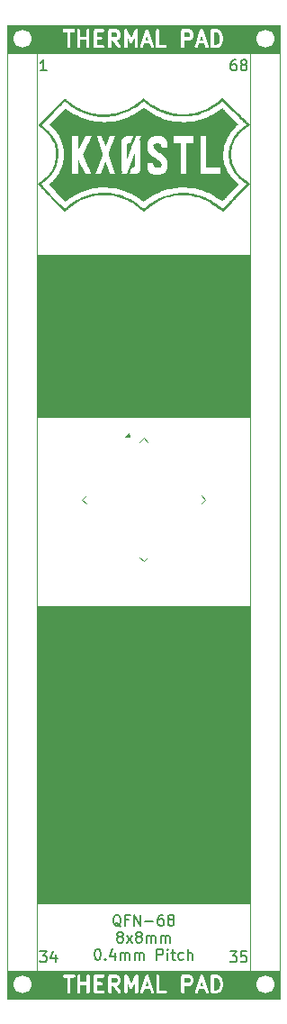
<source format=gto>
G04 #@! TF.GenerationSoftware,KiCad,Pcbnew,9.0.6*
G04 #@! TF.CreationDate,2026-01-02T14:08:44-06:00*
G04 #@! TF.ProjectId,QFN-68_8x8,51464e2d-3638-45f3-9878-382e6b696361,rev?*
G04 #@! TF.SameCoordinates,Original*
G04 #@! TF.FileFunction,Legend,Top*
G04 #@! TF.FilePolarity,Positive*
%FSLAX46Y46*%
G04 Gerber Fmt 4.6, Leading zero omitted, Abs format (unit mm)*
G04 Created by KiCad (PCBNEW 9.0.6) date 2026-01-02 14:08:44*
%MOMM*%
%LPD*%
G01*
G04 APERTURE LIST*
G04 Aperture macros list*
%AMRoundRect*
0 Rectangle with rounded corners*
0 $1 Rounding radius*
0 $2 $3 $4 $5 $6 $7 $8 $9 X,Y pos of 4 corners*
0 Add a 4 corners polygon primitive as box body*
4,1,4,$2,$3,$4,$5,$6,$7,$8,$9,$2,$3,0*
0 Add four circle primitives for the rounded corners*
1,1,$1+$1,$2,$3*
1,1,$1+$1,$4,$5*
1,1,$1+$1,$6,$7*
1,1,$1+$1,$8,$9*
0 Add four rect primitives between the rounded corners*
20,1,$1+$1,$2,$3,$4,$5,0*
20,1,$1+$1,$4,$5,$6,$7,0*
20,1,$1+$1,$6,$7,$8,$9,0*
20,1,$1+$1,$8,$9,$2,$3,0*%
%AMRotRect*
0 Rectangle, with rotation*
0 The origin of the aperture is its center*
0 $1 length*
0 $2 width*
0 $3 Rotation angle, in degrees counterclockwise*
0 Add horizontal line*
21,1,$1,$2,0,0,$3*%
G04 Aperture macros list end*
%ADD10C,0.100000*%
%ADD11C,0.300000*%
%ADD12C,0.200000*%
%ADD13C,0.120000*%
%ADD14C,0.000000*%
%ADD15RotRect,5.200000X5.200000X315.000000*%
%ADD16RoundRect,0.050000X-0.437522X-0.366812X-0.366812X-0.437522X0.437522X0.366812X0.366812X0.437522X0*%
%ADD17RoundRect,0.050000X-0.437522X0.366812X0.366812X-0.437522X0.437522X-0.366812X-0.366812X0.437522X0*%
%ADD18C,1.700000*%
G04 APERTURE END LIST*
D10*
X129878750Y-166073600D02*
X146439500Y-166073600D01*
X146439500Y-166480000D01*
X129878750Y-166480000D01*
X129878750Y-166073600D01*
G36*
X129878750Y-166073600D02*
G01*
X146439500Y-166073600D01*
X146439500Y-166480000D01*
X129878750Y-166480000D01*
X129878750Y-166073600D01*
G37*
X130293500Y-74930000D02*
X147489250Y-74930000D01*
X147489250Y-75209400D01*
X130293500Y-75209400D01*
X130293500Y-74930000D01*
G36*
X130293500Y-74930000D02*
G01*
X147489250Y-74930000D01*
X147489250Y-75209400D01*
X130293500Y-75209400D01*
X130293500Y-74930000D01*
G37*
X130496750Y-77190850D02*
X146168500Y-77190850D01*
X146168500Y-77597250D01*
X130496750Y-77597250D01*
X130496750Y-77190850D01*
G36*
X130496750Y-77190850D02*
G01*
X146168500Y-77190850D01*
X146168500Y-77597250D01*
X130496750Y-77597250D01*
X130496750Y-77190850D01*
G37*
X146067000Y-74930000D02*
X151240000Y-74930000D01*
X151240000Y-77597250D01*
X146067000Y-77597250D01*
X146067000Y-74930000D01*
G36*
X146067000Y-74930000D02*
G01*
X151240000Y-74930000D01*
X151240000Y-77597250D01*
X146067000Y-77597250D01*
X146067000Y-74930000D01*
G37*
D11*
G36*
X145376186Y-75644486D02*
G01*
X145476793Y-75745093D01*
X145529972Y-75851452D01*
X145592928Y-76103273D01*
X145592928Y-76280632D01*
X145529972Y-76532453D01*
X145476793Y-76638813D01*
X145376187Y-76739419D01*
X145218585Y-76791953D01*
X145035785Y-76791953D01*
X145035785Y-75591953D01*
X145218588Y-75591953D01*
X145376186Y-75644486D01*
G37*
G36*
X135868361Y-75636660D02*
G01*
X135905365Y-75673664D01*
X135950071Y-75763076D01*
X135950071Y-75906543D01*
X135905364Y-75995956D01*
X135868359Y-76032961D01*
X135778947Y-76077667D01*
X135392928Y-76077667D01*
X135392928Y-75591953D01*
X135778947Y-75591953D01*
X135868361Y-75636660D01*
G37*
G36*
X138891959Y-76363382D02*
G01*
X138593900Y-76363382D01*
X138742929Y-75916294D01*
X138891959Y-76363382D01*
G37*
G36*
X144034816Y-76363382D02*
G01*
X143736757Y-76363382D01*
X143885786Y-75916294D01*
X144034816Y-76363382D01*
G37*
G36*
X142725504Y-75636660D02*
G01*
X142762508Y-75673664D01*
X142807214Y-75763076D01*
X142807214Y-75906543D01*
X142762507Y-75995956D01*
X142725502Y-76032961D01*
X142636090Y-76077667D01*
X142250071Y-76077667D01*
X142250071Y-75591953D01*
X142636090Y-75591953D01*
X142725504Y-75636660D01*
G37*
G36*
X146059595Y-77258620D02*
G01*
X130643429Y-77258620D01*
X130643429Y-75412689D01*
X130810096Y-75412689D01*
X130810096Y-75471217D01*
X130832494Y-75525289D01*
X130873878Y-75566673D01*
X130927950Y-75589071D01*
X130957214Y-75591953D01*
X131235785Y-75591953D01*
X131235785Y-76941953D01*
X131238667Y-76971217D01*
X131261065Y-77025289D01*
X131302449Y-77066673D01*
X131356521Y-77089071D01*
X131415049Y-77089071D01*
X131469121Y-77066673D01*
X131510505Y-77025289D01*
X131532903Y-76971217D01*
X131535785Y-76941953D01*
X131535785Y-75591953D01*
X131814357Y-75591953D01*
X131843621Y-75589071D01*
X131897693Y-75566673D01*
X131939077Y-75525289D01*
X131961475Y-75471217D01*
X131961475Y-75441953D01*
X132164356Y-75441953D01*
X132164356Y-76941953D01*
X132167238Y-76971217D01*
X132189636Y-77025289D01*
X132231020Y-77066673D01*
X132285092Y-77089071D01*
X132343620Y-77089071D01*
X132397692Y-77066673D01*
X132439076Y-77025289D01*
X132461474Y-76971217D01*
X132464356Y-76941953D01*
X132464356Y-76306239D01*
X133021499Y-76306239D01*
X133021499Y-76941953D01*
X133024381Y-76971217D01*
X133046779Y-77025289D01*
X133088163Y-77066673D01*
X133142235Y-77089071D01*
X133200763Y-77089071D01*
X133254835Y-77066673D01*
X133296219Y-77025289D01*
X133318617Y-76971217D01*
X133321499Y-76941953D01*
X133321499Y-75441953D01*
X133735785Y-75441953D01*
X133735785Y-76941953D01*
X133738667Y-76971217D01*
X133761065Y-77025289D01*
X133802449Y-77066673D01*
X133856521Y-77089071D01*
X133885785Y-77091953D01*
X134600071Y-77091953D01*
X134629335Y-77089071D01*
X134683407Y-77066673D01*
X134724791Y-77025289D01*
X134747189Y-76971217D01*
X134747189Y-76912689D01*
X134724791Y-76858617D01*
X134683407Y-76817233D01*
X134629335Y-76794835D01*
X134600071Y-76791953D01*
X134035785Y-76791953D01*
X134035785Y-76306239D01*
X134385785Y-76306239D01*
X134415049Y-76303357D01*
X134469121Y-76280959D01*
X134510505Y-76239575D01*
X134532903Y-76185503D01*
X134532903Y-76126975D01*
X134510505Y-76072903D01*
X134469121Y-76031519D01*
X134415049Y-76009121D01*
X134385785Y-76006239D01*
X134035785Y-76006239D01*
X134035785Y-75591953D01*
X134600071Y-75591953D01*
X134629335Y-75589071D01*
X134683407Y-75566673D01*
X134724791Y-75525289D01*
X134747189Y-75471217D01*
X134747189Y-75441953D01*
X135092928Y-75441953D01*
X135092928Y-76941953D01*
X135095810Y-76971217D01*
X135118208Y-77025289D01*
X135159592Y-77066673D01*
X135213664Y-77089071D01*
X135272192Y-77089071D01*
X135326264Y-77066673D01*
X135367648Y-77025289D01*
X135390046Y-76971217D01*
X135392928Y-76941953D01*
X135392928Y-76377667D01*
X135521973Y-76377667D01*
X135977186Y-77027972D01*
X135996329Y-77050294D01*
X136045686Y-77081747D01*
X136103322Y-77091918D01*
X136160464Y-77079259D01*
X136208412Y-77045695D01*
X136239865Y-76996338D01*
X136250036Y-76938702D01*
X136237377Y-76881560D01*
X136222956Y-76855934D01*
X135878004Y-76363145D01*
X135881439Y-76361831D01*
X136024296Y-76290403D01*
X136036889Y-76282475D01*
X136040549Y-76280960D01*
X136044668Y-76277578D01*
X136049182Y-76274738D01*
X136051778Y-76271744D01*
X136063280Y-76262305D01*
X136134709Y-76190876D01*
X136144150Y-76179371D01*
X136147142Y-76176777D01*
X136149980Y-76172267D01*
X136153364Y-76168145D01*
X136154880Y-76164483D01*
X136162807Y-76151892D01*
X136234235Y-76009034D01*
X136244745Y-75981571D01*
X136245126Y-75976195D01*
X136247189Y-75971217D01*
X136250071Y-75941953D01*
X136250071Y-75727667D01*
X136247189Y-75698403D01*
X136245126Y-75693424D01*
X136244745Y-75688049D01*
X136234235Y-75660586D01*
X136162807Y-75517728D01*
X136154878Y-75505133D01*
X136153363Y-75501474D01*
X136149981Y-75497353D01*
X136147142Y-75492843D01*
X136144150Y-75490248D01*
X136134708Y-75478743D01*
X136097917Y-75441953D01*
X136592928Y-75441953D01*
X136592928Y-76941953D01*
X136595810Y-76971217D01*
X136618208Y-77025289D01*
X136659592Y-77066673D01*
X136713664Y-77089071D01*
X136772192Y-77089071D01*
X136826264Y-77066673D01*
X136867648Y-77025289D01*
X136890046Y-76971217D01*
X136892928Y-76941953D01*
X136892928Y-76118086D01*
X137107001Y-76576815D01*
X137113347Y-76587528D01*
X137114668Y-76591160D01*
X137117019Y-76593728D01*
X137121988Y-76602115D01*
X137138793Y-76617505D01*
X137154195Y-76634323D01*
X137160238Y-76637143D01*
X137165151Y-76641642D01*
X137186571Y-76649431D01*
X137207233Y-76659073D01*
X137213890Y-76659365D01*
X137220153Y-76661643D01*
X137242932Y-76660642D01*
X137265703Y-76661643D01*
X137271962Y-76659366D01*
X137278624Y-76659074D01*
X137299291Y-76649429D01*
X137320706Y-76641642D01*
X137325619Y-76637142D01*
X137331661Y-76634323D01*
X137347056Y-76617510D01*
X137363869Y-76602115D01*
X137368837Y-76593726D01*
X137371188Y-76591160D01*
X137372507Y-76587530D01*
X137378855Y-76576815D01*
X137592928Y-76118087D01*
X137592928Y-76941953D01*
X137595810Y-76971217D01*
X137618208Y-77025289D01*
X137659592Y-77066673D01*
X137713664Y-77089071D01*
X137772192Y-77089071D01*
X137826264Y-77066673D01*
X137867648Y-77025289D01*
X137890046Y-76971217D01*
X137892928Y-76941953D01*
X137892928Y-76923192D01*
X138094107Y-76923192D01*
X138098256Y-76981573D01*
X138124430Y-77033920D01*
X138168644Y-77072267D01*
X138224168Y-77090775D01*
X138282549Y-77086626D01*
X138334896Y-77060452D01*
X138373243Y-77016238D01*
X138385231Y-76989387D01*
X138493900Y-76663382D01*
X138991959Y-76663382D01*
X139100627Y-76989387D01*
X139112615Y-77016238D01*
X139150962Y-77060453D01*
X139203310Y-77086626D01*
X139261690Y-77090776D01*
X139317214Y-77072267D01*
X139361428Y-77033920D01*
X139387602Y-76981573D01*
X139391752Y-76923193D01*
X139385232Y-76894519D01*
X138901042Y-75441953D01*
X139592928Y-75441953D01*
X139592928Y-76941953D01*
X139595810Y-76971217D01*
X139618208Y-77025289D01*
X139659592Y-77066673D01*
X139713664Y-77089071D01*
X139742928Y-77091953D01*
X140457214Y-77091953D01*
X140486478Y-77089071D01*
X140540550Y-77066673D01*
X140581934Y-77025289D01*
X140604332Y-76971217D01*
X140604332Y-76912689D01*
X140581934Y-76858617D01*
X140540550Y-76817233D01*
X140486478Y-76794835D01*
X140457214Y-76791953D01*
X139892928Y-76791953D01*
X139892928Y-75441953D01*
X141950071Y-75441953D01*
X141950071Y-76941953D01*
X141952953Y-76971217D01*
X141975351Y-77025289D01*
X142016735Y-77066673D01*
X142070807Y-77089071D01*
X142129335Y-77089071D01*
X142183407Y-77066673D01*
X142224791Y-77025289D01*
X142247189Y-76971217D01*
X142250071Y-76941953D01*
X142250071Y-76923192D01*
X143236964Y-76923192D01*
X143241113Y-76981573D01*
X143267287Y-77033920D01*
X143311501Y-77072267D01*
X143367025Y-77090775D01*
X143425406Y-77086626D01*
X143477753Y-77060452D01*
X143516100Y-77016238D01*
X143528088Y-76989387D01*
X143636757Y-76663382D01*
X144134816Y-76663382D01*
X144243484Y-76989387D01*
X144255472Y-77016238D01*
X144293819Y-77060453D01*
X144346167Y-77086626D01*
X144404547Y-77090776D01*
X144460071Y-77072267D01*
X144504285Y-77033920D01*
X144530459Y-76981573D01*
X144534609Y-76923193D01*
X144528089Y-76894519D01*
X144043899Y-75441953D01*
X144735785Y-75441953D01*
X144735785Y-76941953D01*
X144738667Y-76971217D01*
X144761065Y-77025289D01*
X144802449Y-77066673D01*
X144856521Y-77089071D01*
X144885785Y-77091953D01*
X145242928Y-77091953D01*
X145257733Y-77090494D01*
X145261688Y-77090776D01*
X145266889Y-77089593D01*
X145272192Y-77089071D01*
X145275849Y-77087555D01*
X145290362Y-77084256D01*
X145504648Y-77012828D01*
X145531499Y-77000840D01*
X145535570Y-76997308D01*
X145540550Y-76995246D01*
X145563280Y-76976591D01*
X145706137Y-76833733D01*
X145715575Y-76822231D01*
X145718570Y-76819635D01*
X145721410Y-76815121D01*
X145724792Y-76811002D01*
X145726307Y-76807342D01*
X145734235Y-76794749D01*
X145805664Y-76651893D01*
X145806483Y-76649750D01*
X145807128Y-76648881D01*
X145811512Y-76636609D01*
X145816173Y-76624429D01*
X145816249Y-76623348D01*
X145817021Y-76621190D01*
X145888449Y-76335476D01*
X145889198Y-76330404D01*
X145890046Y-76328360D01*
X145891131Y-76317337D01*
X145892751Y-76306387D01*
X145892425Y-76304199D01*
X145892928Y-76299096D01*
X145892928Y-76084810D01*
X145892425Y-76079706D01*
X145892751Y-76077519D01*
X145891131Y-76066568D01*
X145890046Y-76055546D01*
X145889198Y-76053501D01*
X145888449Y-76048430D01*
X145817021Y-75762716D01*
X145816249Y-75760557D01*
X145816173Y-75759477D01*
X145811512Y-75747296D01*
X145807128Y-75735025D01*
X145806483Y-75734155D01*
X145805664Y-75732013D01*
X145734235Y-75589157D01*
X145726308Y-75576565D01*
X145724792Y-75572903D01*
X145721408Y-75568780D01*
X145718570Y-75564271D01*
X145715577Y-75561675D01*
X145706137Y-75550173D01*
X145563280Y-75407316D01*
X145540549Y-75388661D01*
X145535569Y-75386598D01*
X145531499Y-75383068D01*
X145504648Y-75371079D01*
X145290362Y-75299651D01*
X145275854Y-75296352D01*
X145272192Y-75294835D01*
X145266883Y-75294312D01*
X145261689Y-75293131D01*
X145257739Y-75293411D01*
X145242928Y-75291953D01*
X144885785Y-75291953D01*
X144856521Y-75294835D01*
X144802449Y-75317233D01*
X144761065Y-75358617D01*
X144738667Y-75412689D01*
X144735785Y-75441953D01*
X144043899Y-75441953D01*
X144028088Y-75394519D01*
X144016100Y-75367668D01*
X144009077Y-75359571D01*
X144004285Y-75349986D01*
X143990076Y-75337662D01*
X143977753Y-75323454D01*
X143968167Y-75318661D01*
X143960071Y-75311639D01*
X143942227Y-75305690D01*
X143925406Y-75297280D01*
X143914717Y-75296520D01*
X143904547Y-75293130D01*
X143885781Y-75294463D01*
X143867025Y-75293131D01*
X143856857Y-75296520D01*
X143846167Y-75297280D01*
X143829343Y-75305691D01*
X143811501Y-75311639D01*
X143803406Y-75318659D01*
X143793819Y-75323453D01*
X143781493Y-75337664D01*
X143767287Y-75349986D01*
X143762494Y-75359570D01*
X143755472Y-75367668D01*
X143743484Y-75394519D01*
X143243484Y-76894519D01*
X143236964Y-76923192D01*
X142250071Y-76923192D01*
X142250071Y-76377667D01*
X142671500Y-76377667D01*
X142700764Y-76374785D01*
X142705742Y-76372722D01*
X142711118Y-76372341D01*
X142738582Y-76361831D01*
X142881439Y-76290403D01*
X142894032Y-76282475D01*
X142897692Y-76280960D01*
X142901811Y-76277578D01*
X142906325Y-76274738D01*
X142908921Y-76271744D01*
X142920423Y-76262305D01*
X142991852Y-76190876D01*
X143001293Y-76179371D01*
X143004285Y-76176777D01*
X143007123Y-76172267D01*
X143010507Y-76168145D01*
X143012023Y-76164483D01*
X143019950Y-76151892D01*
X143091378Y-76009034D01*
X143101888Y-75981571D01*
X143102269Y-75976195D01*
X143104332Y-75971217D01*
X143107214Y-75941953D01*
X143107214Y-75727667D01*
X143104332Y-75698403D01*
X143102269Y-75693424D01*
X143101888Y-75688049D01*
X143091378Y-75660586D01*
X143019950Y-75517728D01*
X143012021Y-75505133D01*
X143010506Y-75501474D01*
X143007124Y-75497353D01*
X143004285Y-75492843D01*
X143001293Y-75490248D01*
X142991851Y-75478743D01*
X142920422Y-75407315D01*
X142908922Y-75397877D01*
X142906325Y-75394883D01*
X142901808Y-75392040D01*
X142897691Y-75388661D01*
X142894034Y-75387146D01*
X142881439Y-75379218D01*
X142738582Y-75307789D01*
X142711119Y-75297280D01*
X142705744Y-75296898D01*
X142700764Y-75294835D01*
X142671500Y-75291953D01*
X142100071Y-75291953D01*
X142070807Y-75294835D01*
X142016735Y-75317233D01*
X141975351Y-75358617D01*
X141952953Y-75412689D01*
X141950071Y-75441953D01*
X139892928Y-75441953D01*
X139890046Y-75412689D01*
X139867648Y-75358617D01*
X139826264Y-75317233D01*
X139772192Y-75294835D01*
X139713664Y-75294835D01*
X139659592Y-75317233D01*
X139618208Y-75358617D01*
X139595810Y-75412689D01*
X139592928Y-75441953D01*
X138901042Y-75441953D01*
X138885231Y-75394519D01*
X138873243Y-75367668D01*
X138866220Y-75359571D01*
X138861428Y-75349986D01*
X138847219Y-75337662D01*
X138834896Y-75323454D01*
X138825310Y-75318661D01*
X138817214Y-75311639D01*
X138799370Y-75305690D01*
X138782549Y-75297280D01*
X138771860Y-75296520D01*
X138761690Y-75293130D01*
X138742924Y-75294463D01*
X138724168Y-75293131D01*
X138714000Y-75296520D01*
X138703310Y-75297280D01*
X138686486Y-75305691D01*
X138668644Y-75311639D01*
X138660549Y-75318659D01*
X138650962Y-75323453D01*
X138638636Y-75337664D01*
X138624430Y-75349986D01*
X138619637Y-75359570D01*
X138612615Y-75367668D01*
X138600627Y-75394519D01*
X138100627Y-76894519D01*
X138094107Y-76923192D01*
X137892928Y-76923192D01*
X137892928Y-75441953D01*
X137891033Y-75422715D01*
X137891189Y-75419177D01*
X137890497Y-75417276D01*
X137890046Y-75412689D01*
X137880085Y-75388643D01*
X137871188Y-75364175D01*
X137868928Y-75361707D01*
X137867648Y-75358617D01*
X137849250Y-75340219D01*
X137831661Y-75321012D01*
X137828627Y-75319596D01*
X137826264Y-75317233D01*
X137802233Y-75307279D01*
X137778624Y-75296261D01*
X137775279Y-75296114D01*
X137772192Y-75294835D01*
X137746168Y-75294835D01*
X137720153Y-75293692D01*
X137717010Y-75294835D01*
X137713664Y-75294835D01*
X137689611Y-75304798D01*
X137665151Y-75313693D01*
X137662683Y-75315952D01*
X137659592Y-75317233D01*
X137641183Y-75335641D01*
X137621988Y-75353220D01*
X137619638Y-75357186D01*
X137618208Y-75358617D01*
X137616852Y-75361889D01*
X137607001Y-75378520D01*
X137242928Y-76158676D01*
X136878855Y-75378520D01*
X136869001Y-75361885D01*
X136867648Y-75358617D01*
X136866219Y-75357188D01*
X136863869Y-75353220D01*
X136844661Y-75335630D01*
X136826264Y-75317233D01*
X136823173Y-75315952D01*
X136820706Y-75313693D01*
X136796240Y-75304796D01*
X136772192Y-75294835D01*
X136768846Y-75294835D01*
X136765703Y-75293692D01*
X136739699Y-75294835D01*
X136713664Y-75294835D01*
X136710573Y-75296115D01*
X136707233Y-75296262D01*
X136683637Y-75307272D01*
X136659592Y-75317233D01*
X136657228Y-75319596D01*
X136654195Y-75321012D01*
X136636605Y-75340219D01*
X136618208Y-75358617D01*
X136616927Y-75361707D01*
X136614668Y-75364175D01*
X136605771Y-75388640D01*
X136595810Y-75412689D01*
X136595358Y-75417277D01*
X136594667Y-75419178D01*
X136594822Y-75422716D01*
X136592928Y-75441953D01*
X136097917Y-75441953D01*
X136063279Y-75407315D01*
X136051779Y-75397877D01*
X136049182Y-75394883D01*
X136044665Y-75392040D01*
X136040548Y-75388661D01*
X136036891Y-75387146D01*
X136024296Y-75379218D01*
X135881439Y-75307789D01*
X135853976Y-75297280D01*
X135848601Y-75296898D01*
X135843621Y-75294835D01*
X135814357Y-75291953D01*
X135242928Y-75291953D01*
X135213664Y-75294835D01*
X135159592Y-75317233D01*
X135118208Y-75358617D01*
X135095810Y-75412689D01*
X135092928Y-75441953D01*
X134747189Y-75441953D01*
X134747189Y-75412689D01*
X134724791Y-75358617D01*
X134683407Y-75317233D01*
X134629335Y-75294835D01*
X134600071Y-75291953D01*
X133885785Y-75291953D01*
X133856521Y-75294835D01*
X133802449Y-75317233D01*
X133761065Y-75358617D01*
X133738667Y-75412689D01*
X133735785Y-75441953D01*
X133321499Y-75441953D01*
X133318617Y-75412689D01*
X133296219Y-75358617D01*
X133254835Y-75317233D01*
X133200763Y-75294835D01*
X133142235Y-75294835D01*
X133088163Y-75317233D01*
X133046779Y-75358617D01*
X133024381Y-75412689D01*
X133021499Y-75441953D01*
X133021499Y-76006239D01*
X132464356Y-76006239D01*
X132464356Y-75441953D01*
X132461474Y-75412689D01*
X132439076Y-75358617D01*
X132397692Y-75317233D01*
X132343620Y-75294835D01*
X132285092Y-75294835D01*
X132231020Y-75317233D01*
X132189636Y-75358617D01*
X132167238Y-75412689D01*
X132164356Y-75441953D01*
X131961475Y-75441953D01*
X131961475Y-75412689D01*
X131939077Y-75358617D01*
X131897693Y-75317233D01*
X131843621Y-75294835D01*
X131814357Y-75291953D01*
X130957214Y-75291953D01*
X130927950Y-75294835D01*
X130873878Y-75317233D01*
X130832494Y-75358617D01*
X130810096Y-75412689D01*
X130643429Y-75412689D01*
X130643429Y-75125286D01*
X146059595Y-75125286D01*
X146059595Y-77258620D01*
G37*
D12*
X147093326Y-78192219D02*
X146902850Y-78192219D01*
X146902850Y-78192219D02*
X146807612Y-78239838D01*
X146807612Y-78239838D02*
X146759993Y-78287457D01*
X146759993Y-78287457D02*
X146664755Y-78430314D01*
X146664755Y-78430314D02*
X146617136Y-78620790D01*
X146617136Y-78620790D02*
X146617136Y-79001742D01*
X146617136Y-79001742D02*
X146664755Y-79096980D01*
X146664755Y-79096980D02*
X146712374Y-79144600D01*
X146712374Y-79144600D02*
X146807612Y-79192219D01*
X146807612Y-79192219D02*
X146998088Y-79192219D01*
X146998088Y-79192219D02*
X147093326Y-79144600D01*
X147093326Y-79144600D02*
X147140945Y-79096980D01*
X147140945Y-79096980D02*
X147188564Y-79001742D01*
X147188564Y-79001742D02*
X147188564Y-78763647D01*
X147188564Y-78763647D02*
X147140945Y-78668409D01*
X147140945Y-78668409D02*
X147093326Y-78620790D01*
X147093326Y-78620790D02*
X146998088Y-78573171D01*
X146998088Y-78573171D02*
X146807612Y-78573171D01*
X146807612Y-78573171D02*
X146712374Y-78620790D01*
X146712374Y-78620790D02*
X146664755Y-78668409D01*
X146664755Y-78668409D02*
X146617136Y-78763647D01*
X147759993Y-78620790D02*
X147664755Y-78573171D01*
X147664755Y-78573171D02*
X147617136Y-78525552D01*
X147617136Y-78525552D02*
X147569517Y-78430314D01*
X147569517Y-78430314D02*
X147569517Y-78382695D01*
X147569517Y-78382695D02*
X147617136Y-78287457D01*
X147617136Y-78287457D02*
X147664755Y-78239838D01*
X147664755Y-78239838D02*
X147759993Y-78192219D01*
X147759993Y-78192219D02*
X147950469Y-78192219D01*
X147950469Y-78192219D02*
X148045707Y-78239838D01*
X148045707Y-78239838D02*
X148093326Y-78287457D01*
X148093326Y-78287457D02*
X148140945Y-78382695D01*
X148140945Y-78382695D02*
X148140945Y-78430314D01*
X148140945Y-78430314D02*
X148093326Y-78525552D01*
X148093326Y-78525552D02*
X148045707Y-78573171D01*
X148045707Y-78573171D02*
X147950469Y-78620790D01*
X147950469Y-78620790D02*
X147759993Y-78620790D01*
X147759993Y-78620790D02*
X147664755Y-78668409D01*
X147664755Y-78668409D02*
X147617136Y-78716028D01*
X147617136Y-78716028D02*
X147569517Y-78811266D01*
X147569517Y-78811266D02*
X147569517Y-79001742D01*
X147569517Y-79001742D02*
X147617136Y-79096980D01*
X147617136Y-79096980D02*
X147664755Y-79144600D01*
X147664755Y-79144600D02*
X147759993Y-79192219D01*
X147759993Y-79192219D02*
X147950469Y-79192219D01*
X147950469Y-79192219D02*
X148045707Y-79144600D01*
X148045707Y-79144600D02*
X148093326Y-79096980D01*
X148093326Y-79096980D02*
X148140945Y-79001742D01*
X148140945Y-79001742D02*
X148140945Y-78811266D01*
X148140945Y-78811266D02*
X148093326Y-78716028D01*
X148093326Y-78716028D02*
X148045707Y-78668409D01*
X148045707Y-78668409D02*
X147950469Y-78620790D01*
X146569517Y-162012219D02*
X147188564Y-162012219D01*
X147188564Y-162012219D02*
X146855231Y-162393171D01*
X146855231Y-162393171D02*
X146998088Y-162393171D01*
X146998088Y-162393171D02*
X147093326Y-162440790D01*
X147093326Y-162440790D02*
X147140945Y-162488409D01*
X147140945Y-162488409D02*
X147188564Y-162583647D01*
X147188564Y-162583647D02*
X147188564Y-162821742D01*
X147188564Y-162821742D02*
X147140945Y-162916980D01*
X147140945Y-162916980D02*
X147093326Y-162964600D01*
X147093326Y-162964600D02*
X146998088Y-163012219D01*
X146998088Y-163012219D02*
X146712374Y-163012219D01*
X146712374Y-163012219D02*
X146617136Y-162964600D01*
X146617136Y-162964600D02*
X146569517Y-162916980D01*
X148093326Y-162012219D02*
X147617136Y-162012219D01*
X147617136Y-162012219D02*
X147569517Y-162488409D01*
X147569517Y-162488409D02*
X147617136Y-162440790D01*
X147617136Y-162440790D02*
X147712374Y-162393171D01*
X147712374Y-162393171D02*
X147950469Y-162393171D01*
X147950469Y-162393171D02*
X148045707Y-162440790D01*
X148045707Y-162440790D02*
X148093326Y-162488409D01*
X148093326Y-162488409D02*
X148140945Y-162583647D01*
X148140945Y-162583647D02*
X148140945Y-162821742D01*
X148140945Y-162821742D02*
X148093326Y-162916980D01*
X148093326Y-162916980D02*
X148045707Y-162964600D01*
X148045707Y-162964600D02*
X147950469Y-163012219D01*
X147950469Y-163012219D02*
X147712374Y-163012219D01*
X147712374Y-163012219D02*
X147617136Y-162964600D01*
X147617136Y-162964600D02*
X147569517Y-162916980D01*
X128671435Y-162012219D02*
X129290482Y-162012219D01*
X129290482Y-162012219D02*
X128957149Y-162393171D01*
X128957149Y-162393171D02*
X129100006Y-162393171D01*
X129100006Y-162393171D02*
X129195244Y-162440790D01*
X129195244Y-162440790D02*
X129242863Y-162488409D01*
X129242863Y-162488409D02*
X129290482Y-162583647D01*
X129290482Y-162583647D02*
X129290482Y-162821742D01*
X129290482Y-162821742D02*
X129242863Y-162916980D01*
X129242863Y-162916980D02*
X129195244Y-162964600D01*
X129195244Y-162964600D02*
X129100006Y-163012219D01*
X129100006Y-163012219D02*
X128814292Y-163012219D01*
X128814292Y-163012219D02*
X128719054Y-162964600D01*
X128719054Y-162964600D02*
X128671435Y-162916980D01*
X130147625Y-162345552D02*
X130147625Y-163012219D01*
X129909530Y-161964600D02*
X129671435Y-162678885D01*
X129671435Y-162678885D02*
X130290482Y-162678885D01*
X129290482Y-79192219D02*
X128719054Y-79192219D01*
X129004768Y-79192219D02*
X129004768Y-78192219D01*
X129004768Y-78192219D02*
X128909530Y-78335076D01*
X128909530Y-78335076D02*
X128814292Y-78430314D01*
X128814292Y-78430314D02*
X128719054Y-78477933D01*
D10*
X125603000Y-74930000D02*
X130733750Y-74930000D01*
X130733750Y-77597250D01*
X125603000Y-77597250D01*
X125603000Y-74930000D01*
G36*
X125603000Y-74930000D02*
G01*
X130733750Y-74930000D01*
X130733750Y-77597250D01*
X125603000Y-77597250D01*
X125603000Y-74930000D01*
G37*
X128443605Y-129540000D02*
X148411941Y-129540000D01*
X148411941Y-157480000D01*
X128443605Y-157480000D01*
X128443605Y-129540000D01*
G36*
X128443605Y-129540000D02*
G01*
X148411941Y-129540000D01*
X148411941Y-157480000D01*
X128443605Y-157480000D01*
X128443605Y-129540000D01*
G37*
X128417739Y-96520000D02*
X148458532Y-96520000D01*
X148458532Y-111760000D01*
X128417739Y-111760000D01*
X128417739Y-96520000D01*
G36*
X128417739Y-96520000D02*
G01*
X148458532Y-96520000D01*
X148458532Y-111760000D01*
X128417739Y-111760000D01*
X128417739Y-96520000D01*
G37*
D12*
X136287142Y-159671388D02*
X136191904Y-159623769D01*
X136191904Y-159623769D02*
X136096666Y-159528531D01*
X136096666Y-159528531D02*
X135953809Y-159385673D01*
X135953809Y-159385673D02*
X135858571Y-159338054D01*
X135858571Y-159338054D02*
X135763333Y-159338054D01*
X135810952Y-159576150D02*
X135715714Y-159528531D01*
X135715714Y-159528531D02*
X135620476Y-159433292D01*
X135620476Y-159433292D02*
X135572857Y-159242816D01*
X135572857Y-159242816D02*
X135572857Y-158909483D01*
X135572857Y-158909483D02*
X135620476Y-158719007D01*
X135620476Y-158719007D02*
X135715714Y-158623769D01*
X135715714Y-158623769D02*
X135810952Y-158576150D01*
X135810952Y-158576150D02*
X136001428Y-158576150D01*
X136001428Y-158576150D02*
X136096666Y-158623769D01*
X136096666Y-158623769D02*
X136191904Y-158719007D01*
X136191904Y-158719007D02*
X136239523Y-158909483D01*
X136239523Y-158909483D02*
X136239523Y-159242816D01*
X136239523Y-159242816D02*
X136191904Y-159433292D01*
X136191904Y-159433292D02*
X136096666Y-159528531D01*
X136096666Y-159528531D02*
X136001428Y-159576150D01*
X136001428Y-159576150D02*
X135810952Y-159576150D01*
X137001428Y-159052340D02*
X136668095Y-159052340D01*
X136668095Y-159576150D02*
X136668095Y-158576150D01*
X136668095Y-158576150D02*
X137144285Y-158576150D01*
X137525238Y-159576150D02*
X137525238Y-158576150D01*
X137525238Y-158576150D02*
X138096666Y-159576150D01*
X138096666Y-159576150D02*
X138096666Y-158576150D01*
X138572857Y-159195197D02*
X139334762Y-159195197D01*
X140239523Y-158576150D02*
X140049047Y-158576150D01*
X140049047Y-158576150D02*
X139953809Y-158623769D01*
X139953809Y-158623769D02*
X139906190Y-158671388D01*
X139906190Y-158671388D02*
X139810952Y-158814245D01*
X139810952Y-158814245D02*
X139763333Y-159004721D01*
X139763333Y-159004721D02*
X139763333Y-159385673D01*
X139763333Y-159385673D02*
X139810952Y-159480911D01*
X139810952Y-159480911D02*
X139858571Y-159528531D01*
X139858571Y-159528531D02*
X139953809Y-159576150D01*
X139953809Y-159576150D02*
X140144285Y-159576150D01*
X140144285Y-159576150D02*
X140239523Y-159528531D01*
X140239523Y-159528531D02*
X140287142Y-159480911D01*
X140287142Y-159480911D02*
X140334761Y-159385673D01*
X140334761Y-159385673D02*
X140334761Y-159147578D01*
X140334761Y-159147578D02*
X140287142Y-159052340D01*
X140287142Y-159052340D02*
X140239523Y-159004721D01*
X140239523Y-159004721D02*
X140144285Y-158957102D01*
X140144285Y-158957102D02*
X139953809Y-158957102D01*
X139953809Y-158957102D02*
X139858571Y-159004721D01*
X139858571Y-159004721D02*
X139810952Y-159052340D01*
X139810952Y-159052340D02*
X139763333Y-159147578D01*
X140906190Y-159004721D02*
X140810952Y-158957102D01*
X140810952Y-158957102D02*
X140763333Y-158909483D01*
X140763333Y-158909483D02*
X140715714Y-158814245D01*
X140715714Y-158814245D02*
X140715714Y-158766626D01*
X140715714Y-158766626D02*
X140763333Y-158671388D01*
X140763333Y-158671388D02*
X140810952Y-158623769D01*
X140810952Y-158623769D02*
X140906190Y-158576150D01*
X140906190Y-158576150D02*
X141096666Y-158576150D01*
X141096666Y-158576150D02*
X141191904Y-158623769D01*
X141191904Y-158623769D02*
X141239523Y-158671388D01*
X141239523Y-158671388D02*
X141287142Y-158766626D01*
X141287142Y-158766626D02*
X141287142Y-158814245D01*
X141287142Y-158814245D02*
X141239523Y-158909483D01*
X141239523Y-158909483D02*
X141191904Y-158957102D01*
X141191904Y-158957102D02*
X141096666Y-159004721D01*
X141096666Y-159004721D02*
X140906190Y-159004721D01*
X140906190Y-159004721D02*
X140810952Y-159052340D01*
X140810952Y-159052340D02*
X140763333Y-159099959D01*
X140763333Y-159099959D02*
X140715714Y-159195197D01*
X140715714Y-159195197D02*
X140715714Y-159385673D01*
X140715714Y-159385673D02*
X140763333Y-159480911D01*
X140763333Y-159480911D02*
X140810952Y-159528531D01*
X140810952Y-159528531D02*
X140906190Y-159576150D01*
X140906190Y-159576150D02*
X141096666Y-159576150D01*
X141096666Y-159576150D02*
X141191904Y-159528531D01*
X141191904Y-159528531D02*
X141239523Y-159480911D01*
X141239523Y-159480911D02*
X141287142Y-159385673D01*
X141287142Y-159385673D02*
X141287142Y-159195197D01*
X141287142Y-159195197D02*
X141239523Y-159099959D01*
X141239523Y-159099959D02*
X141191904Y-159052340D01*
X141191904Y-159052340D02*
X141096666Y-159004721D01*
X136120476Y-160614665D02*
X136025238Y-160567046D01*
X136025238Y-160567046D02*
X135977619Y-160519427D01*
X135977619Y-160519427D02*
X135930000Y-160424189D01*
X135930000Y-160424189D02*
X135930000Y-160376570D01*
X135930000Y-160376570D02*
X135977619Y-160281332D01*
X135977619Y-160281332D02*
X136025238Y-160233713D01*
X136025238Y-160233713D02*
X136120476Y-160186094D01*
X136120476Y-160186094D02*
X136310952Y-160186094D01*
X136310952Y-160186094D02*
X136406190Y-160233713D01*
X136406190Y-160233713D02*
X136453809Y-160281332D01*
X136453809Y-160281332D02*
X136501428Y-160376570D01*
X136501428Y-160376570D02*
X136501428Y-160424189D01*
X136501428Y-160424189D02*
X136453809Y-160519427D01*
X136453809Y-160519427D02*
X136406190Y-160567046D01*
X136406190Y-160567046D02*
X136310952Y-160614665D01*
X136310952Y-160614665D02*
X136120476Y-160614665D01*
X136120476Y-160614665D02*
X136025238Y-160662284D01*
X136025238Y-160662284D02*
X135977619Y-160709903D01*
X135977619Y-160709903D02*
X135930000Y-160805141D01*
X135930000Y-160805141D02*
X135930000Y-160995617D01*
X135930000Y-160995617D02*
X135977619Y-161090855D01*
X135977619Y-161090855D02*
X136025238Y-161138475D01*
X136025238Y-161138475D02*
X136120476Y-161186094D01*
X136120476Y-161186094D02*
X136310952Y-161186094D01*
X136310952Y-161186094D02*
X136406190Y-161138475D01*
X136406190Y-161138475D02*
X136453809Y-161090855D01*
X136453809Y-161090855D02*
X136501428Y-160995617D01*
X136501428Y-160995617D02*
X136501428Y-160805141D01*
X136501428Y-160805141D02*
X136453809Y-160709903D01*
X136453809Y-160709903D02*
X136406190Y-160662284D01*
X136406190Y-160662284D02*
X136310952Y-160614665D01*
X136834762Y-161186094D02*
X137358571Y-160519427D01*
X136834762Y-160519427D02*
X137358571Y-161186094D01*
X137882381Y-160614665D02*
X137787143Y-160567046D01*
X137787143Y-160567046D02*
X137739524Y-160519427D01*
X137739524Y-160519427D02*
X137691905Y-160424189D01*
X137691905Y-160424189D02*
X137691905Y-160376570D01*
X137691905Y-160376570D02*
X137739524Y-160281332D01*
X137739524Y-160281332D02*
X137787143Y-160233713D01*
X137787143Y-160233713D02*
X137882381Y-160186094D01*
X137882381Y-160186094D02*
X138072857Y-160186094D01*
X138072857Y-160186094D02*
X138168095Y-160233713D01*
X138168095Y-160233713D02*
X138215714Y-160281332D01*
X138215714Y-160281332D02*
X138263333Y-160376570D01*
X138263333Y-160376570D02*
X138263333Y-160424189D01*
X138263333Y-160424189D02*
X138215714Y-160519427D01*
X138215714Y-160519427D02*
X138168095Y-160567046D01*
X138168095Y-160567046D02*
X138072857Y-160614665D01*
X138072857Y-160614665D02*
X137882381Y-160614665D01*
X137882381Y-160614665D02*
X137787143Y-160662284D01*
X137787143Y-160662284D02*
X137739524Y-160709903D01*
X137739524Y-160709903D02*
X137691905Y-160805141D01*
X137691905Y-160805141D02*
X137691905Y-160995617D01*
X137691905Y-160995617D02*
X137739524Y-161090855D01*
X137739524Y-161090855D02*
X137787143Y-161138475D01*
X137787143Y-161138475D02*
X137882381Y-161186094D01*
X137882381Y-161186094D02*
X138072857Y-161186094D01*
X138072857Y-161186094D02*
X138168095Y-161138475D01*
X138168095Y-161138475D02*
X138215714Y-161090855D01*
X138215714Y-161090855D02*
X138263333Y-160995617D01*
X138263333Y-160995617D02*
X138263333Y-160805141D01*
X138263333Y-160805141D02*
X138215714Y-160709903D01*
X138215714Y-160709903D02*
X138168095Y-160662284D01*
X138168095Y-160662284D02*
X138072857Y-160614665D01*
X138691905Y-161186094D02*
X138691905Y-160519427D01*
X138691905Y-160614665D02*
X138739524Y-160567046D01*
X138739524Y-160567046D02*
X138834762Y-160519427D01*
X138834762Y-160519427D02*
X138977619Y-160519427D01*
X138977619Y-160519427D02*
X139072857Y-160567046D01*
X139072857Y-160567046D02*
X139120476Y-160662284D01*
X139120476Y-160662284D02*
X139120476Y-161186094D01*
X139120476Y-160662284D02*
X139168095Y-160567046D01*
X139168095Y-160567046D02*
X139263333Y-160519427D01*
X139263333Y-160519427D02*
X139406190Y-160519427D01*
X139406190Y-160519427D02*
X139501429Y-160567046D01*
X139501429Y-160567046D02*
X139549048Y-160662284D01*
X139549048Y-160662284D02*
X139549048Y-161186094D01*
X140025238Y-161186094D02*
X140025238Y-160519427D01*
X140025238Y-160614665D02*
X140072857Y-160567046D01*
X140072857Y-160567046D02*
X140168095Y-160519427D01*
X140168095Y-160519427D02*
X140310952Y-160519427D01*
X140310952Y-160519427D02*
X140406190Y-160567046D01*
X140406190Y-160567046D02*
X140453809Y-160662284D01*
X140453809Y-160662284D02*
X140453809Y-161186094D01*
X140453809Y-160662284D02*
X140501428Y-160567046D01*
X140501428Y-160567046D02*
X140596666Y-160519427D01*
X140596666Y-160519427D02*
X140739523Y-160519427D01*
X140739523Y-160519427D02*
X140834762Y-160567046D01*
X140834762Y-160567046D02*
X140882381Y-160662284D01*
X140882381Y-160662284D02*
X140882381Y-161186094D01*
X134049048Y-161796038D02*
X134144286Y-161796038D01*
X134144286Y-161796038D02*
X134239524Y-161843657D01*
X134239524Y-161843657D02*
X134287143Y-161891276D01*
X134287143Y-161891276D02*
X134334762Y-161986514D01*
X134334762Y-161986514D02*
X134382381Y-162176990D01*
X134382381Y-162176990D02*
X134382381Y-162415085D01*
X134382381Y-162415085D02*
X134334762Y-162605561D01*
X134334762Y-162605561D02*
X134287143Y-162700799D01*
X134287143Y-162700799D02*
X134239524Y-162748419D01*
X134239524Y-162748419D02*
X134144286Y-162796038D01*
X134144286Y-162796038D02*
X134049048Y-162796038D01*
X134049048Y-162796038D02*
X133953810Y-162748419D01*
X133953810Y-162748419D02*
X133906191Y-162700799D01*
X133906191Y-162700799D02*
X133858572Y-162605561D01*
X133858572Y-162605561D02*
X133810953Y-162415085D01*
X133810953Y-162415085D02*
X133810953Y-162176990D01*
X133810953Y-162176990D02*
X133858572Y-161986514D01*
X133858572Y-161986514D02*
X133906191Y-161891276D01*
X133906191Y-161891276D02*
X133953810Y-161843657D01*
X133953810Y-161843657D02*
X134049048Y-161796038D01*
X134810953Y-162700799D02*
X134858572Y-162748419D01*
X134858572Y-162748419D02*
X134810953Y-162796038D01*
X134810953Y-162796038D02*
X134763334Y-162748419D01*
X134763334Y-162748419D02*
X134810953Y-162700799D01*
X134810953Y-162700799D02*
X134810953Y-162796038D01*
X135715714Y-162129371D02*
X135715714Y-162796038D01*
X135477619Y-161748419D02*
X135239524Y-162462704D01*
X135239524Y-162462704D02*
X135858571Y-162462704D01*
X136239524Y-162796038D02*
X136239524Y-162129371D01*
X136239524Y-162224609D02*
X136287143Y-162176990D01*
X136287143Y-162176990D02*
X136382381Y-162129371D01*
X136382381Y-162129371D02*
X136525238Y-162129371D01*
X136525238Y-162129371D02*
X136620476Y-162176990D01*
X136620476Y-162176990D02*
X136668095Y-162272228D01*
X136668095Y-162272228D02*
X136668095Y-162796038D01*
X136668095Y-162272228D02*
X136715714Y-162176990D01*
X136715714Y-162176990D02*
X136810952Y-162129371D01*
X136810952Y-162129371D02*
X136953809Y-162129371D01*
X136953809Y-162129371D02*
X137049048Y-162176990D01*
X137049048Y-162176990D02*
X137096667Y-162272228D01*
X137096667Y-162272228D02*
X137096667Y-162796038D01*
X137572857Y-162796038D02*
X137572857Y-162129371D01*
X137572857Y-162224609D02*
X137620476Y-162176990D01*
X137620476Y-162176990D02*
X137715714Y-162129371D01*
X137715714Y-162129371D02*
X137858571Y-162129371D01*
X137858571Y-162129371D02*
X137953809Y-162176990D01*
X137953809Y-162176990D02*
X138001428Y-162272228D01*
X138001428Y-162272228D02*
X138001428Y-162796038D01*
X138001428Y-162272228D02*
X138049047Y-162176990D01*
X138049047Y-162176990D02*
X138144285Y-162129371D01*
X138144285Y-162129371D02*
X138287142Y-162129371D01*
X138287142Y-162129371D02*
X138382381Y-162176990D01*
X138382381Y-162176990D02*
X138430000Y-162272228D01*
X138430000Y-162272228D02*
X138430000Y-162796038D01*
X139668095Y-162796038D02*
X139668095Y-161796038D01*
X139668095Y-161796038D02*
X140049047Y-161796038D01*
X140049047Y-161796038D02*
X140144285Y-161843657D01*
X140144285Y-161843657D02*
X140191904Y-161891276D01*
X140191904Y-161891276D02*
X140239523Y-161986514D01*
X140239523Y-161986514D02*
X140239523Y-162129371D01*
X140239523Y-162129371D02*
X140191904Y-162224609D01*
X140191904Y-162224609D02*
X140144285Y-162272228D01*
X140144285Y-162272228D02*
X140049047Y-162319847D01*
X140049047Y-162319847D02*
X139668095Y-162319847D01*
X140668095Y-162796038D02*
X140668095Y-162129371D01*
X140668095Y-161796038D02*
X140620476Y-161843657D01*
X140620476Y-161843657D02*
X140668095Y-161891276D01*
X140668095Y-161891276D02*
X140715714Y-161843657D01*
X140715714Y-161843657D02*
X140668095Y-161796038D01*
X140668095Y-161796038D02*
X140668095Y-161891276D01*
X141001428Y-162129371D02*
X141382380Y-162129371D01*
X141144285Y-161796038D02*
X141144285Y-162653180D01*
X141144285Y-162653180D02*
X141191904Y-162748419D01*
X141191904Y-162748419D02*
X141287142Y-162796038D01*
X141287142Y-162796038D02*
X141382380Y-162796038D01*
X142144285Y-162748419D02*
X142049047Y-162796038D01*
X142049047Y-162796038D02*
X141858571Y-162796038D01*
X141858571Y-162796038D02*
X141763333Y-162748419D01*
X141763333Y-162748419D02*
X141715714Y-162700799D01*
X141715714Y-162700799D02*
X141668095Y-162605561D01*
X141668095Y-162605561D02*
X141668095Y-162319847D01*
X141668095Y-162319847D02*
X141715714Y-162224609D01*
X141715714Y-162224609D02*
X141763333Y-162176990D01*
X141763333Y-162176990D02*
X141858571Y-162129371D01*
X141858571Y-162129371D02*
X142049047Y-162129371D01*
X142049047Y-162129371D02*
X142144285Y-162176990D01*
X142572857Y-162796038D02*
X142572857Y-161796038D01*
X143001428Y-162796038D02*
X143001428Y-162272228D01*
X143001428Y-162272228D02*
X142953809Y-162176990D01*
X142953809Y-162176990D02*
X142858571Y-162129371D01*
X142858571Y-162129371D02*
X142715714Y-162129371D01*
X142715714Y-162129371D02*
X142620476Y-162176990D01*
X142620476Y-162176990D02*
X142572857Y-162224609D01*
D11*
G36*
X145393186Y-164527236D02*
G01*
X145493793Y-164627843D01*
X145546972Y-164734202D01*
X145609928Y-164986023D01*
X145609928Y-165163382D01*
X145546972Y-165415203D01*
X145493793Y-165521563D01*
X145393187Y-165622169D01*
X145235585Y-165674703D01*
X145052785Y-165674703D01*
X145052785Y-164474703D01*
X145235588Y-164474703D01*
X145393186Y-164527236D01*
G37*
G36*
X135885361Y-164519410D02*
G01*
X135922365Y-164556414D01*
X135967071Y-164645826D01*
X135967071Y-164789293D01*
X135922364Y-164878706D01*
X135885359Y-164915711D01*
X135795947Y-164960417D01*
X135409928Y-164960417D01*
X135409928Y-164474703D01*
X135795947Y-164474703D01*
X135885361Y-164519410D01*
G37*
G36*
X138908959Y-165246132D02*
G01*
X138610900Y-165246132D01*
X138759929Y-164799044D01*
X138908959Y-165246132D01*
G37*
G36*
X144051816Y-165246132D02*
G01*
X143753757Y-165246132D01*
X143902786Y-164799044D01*
X144051816Y-165246132D01*
G37*
G36*
X142742504Y-164519410D02*
G01*
X142779508Y-164556414D01*
X142824214Y-164645826D01*
X142824214Y-164789293D01*
X142779507Y-164878706D01*
X142742502Y-164915711D01*
X142653090Y-164960417D01*
X142267071Y-164960417D01*
X142267071Y-164474703D01*
X142653090Y-164474703D01*
X142742504Y-164519410D01*
G37*
G36*
X146076595Y-166141370D02*
G01*
X130660429Y-166141370D01*
X130660429Y-164295439D01*
X130827096Y-164295439D01*
X130827096Y-164353967D01*
X130849494Y-164408039D01*
X130890878Y-164449423D01*
X130944950Y-164471821D01*
X130974214Y-164474703D01*
X131252785Y-164474703D01*
X131252785Y-165824703D01*
X131255667Y-165853967D01*
X131278065Y-165908039D01*
X131319449Y-165949423D01*
X131373521Y-165971821D01*
X131432049Y-165971821D01*
X131486121Y-165949423D01*
X131527505Y-165908039D01*
X131549903Y-165853967D01*
X131552785Y-165824703D01*
X131552785Y-164474703D01*
X131831357Y-164474703D01*
X131860621Y-164471821D01*
X131914693Y-164449423D01*
X131956077Y-164408039D01*
X131978475Y-164353967D01*
X131978475Y-164324703D01*
X132181356Y-164324703D01*
X132181356Y-165824703D01*
X132184238Y-165853967D01*
X132206636Y-165908039D01*
X132248020Y-165949423D01*
X132302092Y-165971821D01*
X132360620Y-165971821D01*
X132414692Y-165949423D01*
X132456076Y-165908039D01*
X132478474Y-165853967D01*
X132481356Y-165824703D01*
X132481356Y-165188989D01*
X133038499Y-165188989D01*
X133038499Y-165824703D01*
X133041381Y-165853967D01*
X133063779Y-165908039D01*
X133105163Y-165949423D01*
X133159235Y-165971821D01*
X133217763Y-165971821D01*
X133271835Y-165949423D01*
X133313219Y-165908039D01*
X133335617Y-165853967D01*
X133338499Y-165824703D01*
X133338499Y-164324703D01*
X133752785Y-164324703D01*
X133752785Y-165824703D01*
X133755667Y-165853967D01*
X133778065Y-165908039D01*
X133819449Y-165949423D01*
X133873521Y-165971821D01*
X133902785Y-165974703D01*
X134617071Y-165974703D01*
X134646335Y-165971821D01*
X134700407Y-165949423D01*
X134741791Y-165908039D01*
X134764189Y-165853967D01*
X134764189Y-165795439D01*
X134741791Y-165741367D01*
X134700407Y-165699983D01*
X134646335Y-165677585D01*
X134617071Y-165674703D01*
X134052785Y-165674703D01*
X134052785Y-165188989D01*
X134402785Y-165188989D01*
X134432049Y-165186107D01*
X134486121Y-165163709D01*
X134527505Y-165122325D01*
X134549903Y-165068253D01*
X134549903Y-165009725D01*
X134527505Y-164955653D01*
X134486121Y-164914269D01*
X134432049Y-164891871D01*
X134402785Y-164888989D01*
X134052785Y-164888989D01*
X134052785Y-164474703D01*
X134617071Y-164474703D01*
X134646335Y-164471821D01*
X134700407Y-164449423D01*
X134741791Y-164408039D01*
X134764189Y-164353967D01*
X134764189Y-164324703D01*
X135109928Y-164324703D01*
X135109928Y-165824703D01*
X135112810Y-165853967D01*
X135135208Y-165908039D01*
X135176592Y-165949423D01*
X135230664Y-165971821D01*
X135289192Y-165971821D01*
X135343264Y-165949423D01*
X135384648Y-165908039D01*
X135407046Y-165853967D01*
X135409928Y-165824703D01*
X135409928Y-165260417D01*
X135538973Y-165260417D01*
X135994186Y-165910722D01*
X136013329Y-165933044D01*
X136062686Y-165964497D01*
X136120322Y-165974668D01*
X136177464Y-165962009D01*
X136225412Y-165928445D01*
X136256865Y-165879088D01*
X136267036Y-165821452D01*
X136254377Y-165764310D01*
X136239956Y-165738684D01*
X135895004Y-165245895D01*
X135898439Y-165244581D01*
X136041296Y-165173153D01*
X136053889Y-165165225D01*
X136057549Y-165163710D01*
X136061668Y-165160328D01*
X136066182Y-165157488D01*
X136068778Y-165154494D01*
X136080280Y-165145055D01*
X136151709Y-165073626D01*
X136161150Y-165062121D01*
X136164142Y-165059527D01*
X136166980Y-165055017D01*
X136170364Y-165050895D01*
X136171880Y-165047233D01*
X136179807Y-165034642D01*
X136251235Y-164891784D01*
X136261745Y-164864321D01*
X136262126Y-164858945D01*
X136264189Y-164853967D01*
X136267071Y-164824703D01*
X136267071Y-164610417D01*
X136264189Y-164581153D01*
X136262126Y-164576174D01*
X136261745Y-164570799D01*
X136251235Y-164543336D01*
X136179807Y-164400478D01*
X136171878Y-164387883D01*
X136170363Y-164384224D01*
X136166981Y-164380103D01*
X136164142Y-164375593D01*
X136161150Y-164372998D01*
X136151708Y-164361493D01*
X136114917Y-164324703D01*
X136609928Y-164324703D01*
X136609928Y-165824703D01*
X136612810Y-165853967D01*
X136635208Y-165908039D01*
X136676592Y-165949423D01*
X136730664Y-165971821D01*
X136789192Y-165971821D01*
X136843264Y-165949423D01*
X136884648Y-165908039D01*
X136907046Y-165853967D01*
X136909928Y-165824703D01*
X136909928Y-165000836D01*
X137124001Y-165459565D01*
X137130347Y-165470278D01*
X137131668Y-165473910D01*
X137134019Y-165476478D01*
X137138988Y-165484865D01*
X137155793Y-165500255D01*
X137171195Y-165517073D01*
X137177238Y-165519893D01*
X137182151Y-165524392D01*
X137203571Y-165532181D01*
X137224233Y-165541823D01*
X137230890Y-165542115D01*
X137237153Y-165544393D01*
X137259932Y-165543392D01*
X137282703Y-165544393D01*
X137288962Y-165542116D01*
X137295624Y-165541824D01*
X137316291Y-165532179D01*
X137337706Y-165524392D01*
X137342619Y-165519892D01*
X137348661Y-165517073D01*
X137364056Y-165500260D01*
X137380869Y-165484865D01*
X137385837Y-165476476D01*
X137388188Y-165473910D01*
X137389507Y-165470280D01*
X137395855Y-165459565D01*
X137609928Y-165000837D01*
X137609928Y-165824703D01*
X137612810Y-165853967D01*
X137635208Y-165908039D01*
X137676592Y-165949423D01*
X137730664Y-165971821D01*
X137789192Y-165971821D01*
X137843264Y-165949423D01*
X137884648Y-165908039D01*
X137907046Y-165853967D01*
X137909928Y-165824703D01*
X137909928Y-165805942D01*
X138111107Y-165805942D01*
X138115256Y-165864323D01*
X138141430Y-165916670D01*
X138185644Y-165955017D01*
X138241168Y-165973525D01*
X138299549Y-165969376D01*
X138351896Y-165943202D01*
X138390243Y-165898988D01*
X138402231Y-165872137D01*
X138510900Y-165546132D01*
X139008959Y-165546132D01*
X139117627Y-165872137D01*
X139129615Y-165898988D01*
X139167962Y-165943203D01*
X139220310Y-165969376D01*
X139278690Y-165973526D01*
X139334214Y-165955017D01*
X139378428Y-165916670D01*
X139404602Y-165864323D01*
X139408752Y-165805943D01*
X139402232Y-165777269D01*
X138918042Y-164324703D01*
X139609928Y-164324703D01*
X139609928Y-165824703D01*
X139612810Y-165853967D01*
X139635208Y-165908039D01*
X139676592Y-165949423D01*
X139730664Y-165971821D01*
X139759928Y-165974703D01*
X140474214Y-165974703D01*
X140503478Y-165971821D01*
X140557550Y-165949423D01*
X140598934Y-165908039D01*
X140621332Y-165853967D01*
X140621332Y-165795439D01*
X140598934Y-165741367D01*
X140557550Y-165699983D01*
X140503478Y-165677585D01*
X140474214Y-165674703D01*
X139909928Y-165674703D01*
X139909928Y-164324703D01*
X141967071Y-164324703D01*
X141967071Y-165824703D01*
X141969953Y-165853967D01*
X141992351Y-165908039D01*
X142033735Y-165949423D01*
X142087807Y-165971821D01*
X142146335Y-165971821D01*
X142200407Y-165949423D01*
X142241791Y-165908039D01*
X142264189Y-165853967D01*
X142267071Y-165824703D01*
X142267071Y-165805942D01*
X143253964Y-165805942D01*
X143258113Y-165864323D01*
X143284287Y-165916670D01*
X143328501Y-165955017D01*
X143384025Y-165973525D01*
X143442406Y-165969376D01*
X143494753Y-165943202D01*
X143533100Y-165898988D01*
X143545088Y-165872137D01*
X143653757Y-165546132D01*
X144151816Y-165546132D01*
X144260484Y-165872137D01*
X144272472Y-165898988D01*
X144310819Y-165943203D01*
X144363167Y-165969376D01*
X144421547Y-165973526D01*
X144477071Y-165955017D01*
X144521285Y-165916670D01*
X144547459Y-165864323D01*
X144551609Y-165805943D01*
X144545089Y-165777269D01*
X144060899Y-164324703D01*
X144752785Y-164324703D01*
X144752785Y-165824703D01*
X144755667Y-165853967D01*
X144778065Y-165908039D01*
X144819449Y-165949423D01*
X144873521Y-165971821D01*
X144902785Y-165974703D01*
X145259928Y-165974703D01*
X145274733Y-165973244D01*
X145278688Y-165973526D01*
X145283889Y-165972343D01*
X145289192Y-165971821D01*
X145292849Y-165970305D01*
X145307362Y-165967006D01*
X145521648Y-165895578D01*
X145548499Y-165883590D01*
X145552570Y-165880058D01*
X145557550Y-165877996D01*
X145580280Y-165859341D01*
X145723137Y-165716483D01*
X145732575Y-165704981D01*
X145735570Y-165702385D01*
X145738410Y-165697871D01*
X145741792Y-165693752D01*
X145743307Y-165690092D01*
X145751235Y-165677499D01*
X145822664Y-165534643D01*
X145823483Y-165532500D01*
X145824128Y-165531631D01*
X145828512Y-165519359D01*
X145833173Y-165507179D01*
X145833249Y-165506098D01*
X145834021Y-165503940D01*
X145905449Y-165218226D01*
X145906198Y-165213154D01*
X145907046Y-165211110D01*
X145908131Y-165200087D01*
X145909751Y-165189137D01*
X145909425Y-165186949D01*
X145909928Y-165181846D01*
X145909928Y-164967560D01*
X145909425Y-164962456D01*
X145909751Y-164960269D01*
X145908131Y-164949318D01*
X145907046Y-164938296D01*
X145906198Y-164936251D01*
X145905449Y-164931180D01*
X145834021Y-164645466D01*
X145833249Y-164643307D01*
X145833173Y-164642227D01*
X145828512Y-164630046D01*
X145824128Y-164617775D01*
X145823483Y-164616905D01*
X145822664Y-164614763D01*
X145751235Y-164471907D01*
X145743308Y-164459315D01*
X145741792Y-164455653D01*
X145738408Y-164451530D01*
X145735570Y-164447021D01*
X145732577Y-164444425D01*
X145723137Y-164432923D01*
X145580280Y-164290066D01*
X145557549Y-164271411D01*
X145552569Y-164269348D01*
X145548499Y-164265818D01*
X145521648Y-164253829D01*
X145307362Y-164182401D01*
X145292854Y-164179102D01*
X145289192Y-164177585D01*
X145283883Y-164177062D01*
X145278689Y-164175881D01*
X145274739Y-164176161D01*
X145259928Y-164174703D01*
X144902785Y-164174703D01*
X144873521Y-164177585D01*
X144819449Y-164199983D01*
X144778065Y-164241367D01*
X144755667Y-164295439D01*
X144752785Y-164324703D01*
X144060899Y-164324703D01*
X144045088Y-164277269D01*
X144033100Y-164250418D01*
X144026077Y-164242321D01*
X144021285Y-164232736D01*
X144007076Y-164220412D01*
X143994753Y-164206204D01*
X143985167Y-164201411D01*
X143977071Y-164194389D01*
X143959227Y-164188440D01*
X143942406Y-164180030D01*
X143931717Y-164179270D01*
X143921547Y-164175880D01*
X143902781Y-164177213D01*
X143884025Y-164175881D01*
X143873857Y-164179270D01*
X143863167Y-164180030D01*
X143846343Y-164188441D01*
X143828501Y-164194389D01*
X143820406Y-164201409D01*
X143810819Y-164206203D01*
X143798493Y-164220414D01*
X143784287Y-164232736D01*
X143779494Y-164242320D01*
X143772472Y-164250418D01*
X143760484Y-164277269D01*
X143260484Y-165777269D01*
X143253964Y-165805942D01*
X142267071Y-165805942D01*
X142267071Y-165260417D01*
X142688500Y-165260417D01*
X142717764Y-165257535D01*
X142722742Y-165255472D01*
X142728118Y-165255091D01*
X142755582Y-165244581D01*
X142898439Y-165173153D01*
X142911032Y-165165225D01*
X142914692Y-165163710D01*
X142918811Y-165160328D01*
X142923325Y-165157488D01*
X142925921Y-165154494D01*
X142937423Y-165145055D01*
X143008852Y-165073626D01*
X143018293Y-165062121D01*
X143021285Y-165059527D01*
X143024123Y-165055017D01*
X143027507Y-165050895D01*
X143029023Y-165047233D01*
X143036950Y-165034642D01*
X143108378Y-164891784D01*
X143118888Y-164864321D01*
X143119269Y-164858945D01*
X143121332Y-164853967D01*
X143124214Y-164824703D01*
X143124214Y-164610417D01*
X143121332Y-164581153D01*
X143119269Y-164576174D01*
X143118888Y-164570799D01*
X143108378Y-164543336D01*
X143036950Y-164400478D01*
X143029021Y-164387883D01*
X143027506Y-164384224D01*
X143024124Y-164380103D01*
X143021285Y-164375593D01*
X143018293Y-164372998D01*
X143008851Y-164361493D01*
X142937422Y-164290065D01*
X142925922Y-164280627D01*
X142923325Y-164277633D01*
X142918808Y-164274790D01*
X142914691Y-164271411D01*
X142911034Y-164269896D01*
X142898439Y-164261968D01*
X142755582Y-164190539D01*
X142728119Y-164180030D01*
X142722744Y-164179648D01*
X142717764Y-164177585D01*
X142688500Y-164174703D01*
X142117071Y-164174703D01*
X142087807Y-164177585D01*
X142033735Y-164199983D01*
X141992351Y-164241367D01*
X141969953Y-164295439D01*
X141967071Y-164324703D01*
X139909928Y-164324703D01*
X139907046Y-164295439D01*
X139884648Y-164241367D01*
X139843264Y-164199983D01*
X139789192Y-164177585D01*
X139730664Y-164177585D01*
X139676592Y-164199983D01*
X139635208Y-164241367D01*
X139612810Y-164295439D01*
X139609928Y-164324703D01*
X138918042Y-164324703D01*
X138902231Y-164277269D01*
X138890243Y-164250418D01*
X138883220Y-164242321D01*
X138878428Y-164232736D01*
X138864219Y-164220412D01*
X138851896Y-164206204D01*
X138842310Y-164201411D01*
X138834214Y-164194389D01*
X138816370Y-164188440D01*
X138799549Y-164180030D01*
X138788860Y-164179270D01*
X138778690Y-164175880D01*
X138759924Y-164177213D01*
X138741168Y-164175881D01*
X138731000Y-164179270D01*
X138720310Y-164180030D01*
X138703486Y-164188441D01*
X138685644Y-164194389D01*
X138677549Y-164201409D01*
X138667962Y-164206203D01*
X138655636Y-164220414D01*
X138641430Y-164232736D01*
X138636637Y-164242320D01*
X138629615Y-164250418D01*
X138617627Y-164277269D01*
X138117627Y-165777269D01*
X138111107Y-165805942D01*
X137909928Y-165805942D01*
X137909928Y-164324703D01*
X137908033Y-164305465D01*
X137908189Y-164301927D01*
X137907497Y-164300026D01*
X137907046Y-164295439D01*
X137897085Y-164271393D01*
X137888188Y-164246925D01*
X137885928Y-164244457D01*
X137884648Y-164241367D01*
X137866250Y-164222969D01*
X137848661Y-164203762D01*
X137845627Y-164202346D01*
X137843264Y-164199983D01*
X137819233Y-164190029D01*
X137795624Y-164179011D01*
X137792279Y-164178864D01*
X137789192Y-164177585D01*
X137763168Y-164177585D01*
X137737153Y-164176442D01*
X137734010Y-164177585D01*
X137730664Y-164177585D01*
X137706611Y-164187548D01*
X137682151Y-164196443D01*
X137679683Y-164198702D01*
X137676592Y-164199983D01*
X137658183Y-164218391D01*
X137638988Y-164235970D01*
X137636638Y-164239936D01*
X137635208Y-164241367D01*
X137633852Y-164244639D01*
X137624001Y-164261270D01*
X137259928Y-165041426D01*
X136895855Y-164261270D01*
X136886001Y-164244635D01*
X136884648Y-164241367D01*
X136883219Y-164239938D01*
X136880869Y-164235970D01*
X136861661Y-164218380D01*
X136843264Y-164199983D01*
X136840173Y-164198702D01*
X136837706Y-164196443D01*
X136813240Y-164187546D01*
X136789192Y-164177585D01*
X136785846Y-164177585D01*
X136782703Y-164176442D01*
X136756699Y-164177585D01*
X136730664Y-164177585D01*
X136727573Y-164178865D01*
X136724233Y-164179012D01*
X136700637Y-164190022D01*
X136676592Y-164199983D01*
X136674228Y-164202346D01*
X136671195Y-164203762D01*
X136653605Y-164222969D01*
X136635208Y-164241367D01*
X136633927Y-164244457D01*
X136631668Y-164246925D01*
X136622771Y-164271390D01*
X136612810Y-164295439D01*
X136612358Y-164300027D01*
X136611667Y-164301928D01*
X136611822Y-164305466D01*
X136609928Y-164324703D01*
X136114917Y-164324703D01*
X136080279Y-164290065D01*
X136068779Y-164280627D01*
X136066182Y-164277633D01*
X136061665Y-164274790D01*
X136057548Y-164271411D01*
X136053891Y-164269896D01*
X136041296Y-164261968D01*
X135898439Y-164190539D01*
X135870976Y-164180030D01*
X135865601Y-164179648D01*
X135860621Y-164177585D01*
X135831357Y-164174703D01*
X135259928Y-164174703D01*
X135230664Y-164177585D01*
X135176592Y-164199983D01*
X135135208Y-164241367D01*
X135112810Y-164295439D01*
X135109928Y-164324703D01*
X134764189Y-164324703D01*
X134764189Y-164295439D01*
X134741791Y-164241367D01*
X134700407Y-164199983D01*
X134646335Y-164177585D01*
X134617071Y-164174703D01*
X133902785Y-164174703D01*
X133873521Y-164177585D01*
X133819449Y-164199983D01*
X133778065Y-164241367D01*
X133755667Y-164295439D01*
X133752785Y-164324703D01*
X133338499Y-164324703D01*
X133335617Y-164295439D01*
X133313219Y-164241367D01*
X133271835Y-164199983D01*
X133217763Y-164177585D01*
X133159235Y-164177585D01*
X133105163Y-164199983D01*
X133063779Y-164241367D01*
X133041381Y-164295439D01*
X133038499Y-164324703D01*
X133038499Y-164888989D01*
X132481356Y-164888989D01*
X132481356Y-164324703D01*
X132478474Y-164295439D01*
X132456076Y-164241367D01*
X132414692Y-164199983D01*
X132360620Y-164177585D01*
X132302092Y-164177585D01*
X132248020Y-164199983D01*
X132206636Y-164241367D01*
X132184238Y-164295439D01*
X132181356Y-164324703D01*
X131978475Y-164324703D01*
X131978475Y-164295439D01*
X131956077Y-164241367D01*
X131914693Y-164199983D01*
X131860621Y-164177585D01*
X131831357Y-164174703D01*
X130974214Y-164174703D01*
X130944950Y-164177585D01*
X130890878Y-164199983D01*
X130849494Y-164241367D01*
X130827096Y-164295439D01*
X130660429Y-164295439D01*
X130660429Y-164008036D01*
X146076595Y-164008036D01*
X146076595Y-166141370D01*
G37*
D10*
X125620000Y-163812750D02*
X130691500Y-163812750D01*
X130691500Y-166480000D01*
X125620000Y-166480000D01*
X125620000Y-163812750D01*
G36*
X125620000Y-163812750D02*
G01*
X130691500Y-163812750D01*
X130691500Y-166480000D01*
X125620000Y-166480000D01*
X125620000Y-163812750D01*
G37*
X146058500Y-163812750D02*
X151257000Y-163812750D01*
X151257000Y-166480000D01*
X146058500Y-166480000D01*
X146058500Y-163812750D01*
G36*
X146058500Y-163812750D02*
G01*
X151257000Y-163812750D01*
X151257000Y-166480000D01*
X146058500Y-166480000D01*
X146058500Y-163812750D01*
G37*
X130564500Y-163812750D02*
X146871250Y-163812750D01*
X146871250Y-164092150D01*
X130564500Y-164092150D01*
X130564500Y-163812750D01*
G36*
X130564500Y-163812750D02*
G01*
X146871250Y-163812750D01*
X146871250Y-164092150D01*
X130564500Y-164092150D01*
X130564500Y-163812750D01*
G37*
D13*
X137073769Y-113652965D02*
X136670719Y-113589324D01*
X137010130Y-113249914D01*
X137073769Y-113652965D01*
G36*
X137073769Y-113652965D02*
G01*
X136670719Y-113589324D01*
X137010130Y-113249914D01*
X137073769Y-113652965D01*
G37*
X144242418Y-119534679D02*
X143853509Y-119923588D01*
X143853509Y-119145770D02*
X144242418Y-119534679D01*
X138818909Y-124958188D02*
X138430000Y-125347097D01*
X138430000Y-125347097D02*
X138041091Y-124958188D01*
X138430000Y-113722261D02*
X138818909Y-114111170D01*
X138041091Y-114111170D02*
X138430000Y-113722261D01*
X133006491Y-119923588D02*
X132617582Y-119534679D01*
X132617582Y-119534679D02*
X133006491Y-119145770D01*
D14*
G36*
X145866048Y-81758944D02*
G01*
X145896040Y-81794097D01*
X145926741Y-81828830D01*
X145959724Y-81864776D01*
X145996557Y-81903571D01*
X146038813Y-81946849D01*
X146088063Y-81996246D01*
X146145876Y-82053396D01*
X146199353Y-82105801D01*
X146238590Y-82144188D01*
X146287618Y-82192230D01*
X146345101Y-82248613D01*
X146409702Y-82312023D01*
X146480083Y-82381147D01*
X146554908Y-82454672D01*
X146632838Y-82531282D01*
X146712538Y-82609665D01*
X146792669Y-82688507D01*
X146871894Y-82766493D01*
X146895364Y-82789604D01*
X146981592Y-82874491D01*
X147074708Y-82966111D01*
X147172651Y-83062439D01*
X147273359Y-83161447D01*
X147374768Y-83261109D01*
X147474818Y-83359398D01*
X147571444Y-83454288D01*
X147662585Y-83543752D01*
X147746179Y-83625764D01*
X147801670Y-83680173D01*
X147899833Y-83776412D01*
X147987401Y-83862317D01*
X148064958Y-83938474D01*
X148133087Y-84005468D01*
X148192373Y-84063884D01*
X148243397Y-84114308D01*
X148286743Y-84157324D01*
X148322996Y-84193519D01*
X148352737Y-84223478D01*
X148376551Y-84247785D01*
X148395020Y-84267027D01*
X148408729Y-84281789D01*
X148418260Y-84292655D01*
X148424198Y-84300212D01*
X148427124Y-84305045D01*
X148427623Y-84307739D01*
X148427461Y-84308109D01*
X148419915Y-84314896D01*
X148402014Y-84328945D01*
X148376131Y-84348454D01*
X148344636Y-84371617D01*
X148330712Y-84381708D01*
X148291792Y-84410163D01*
X148251926Y-84439940D01*
X148215493Y-84467730D01*
X148186873Y-84490223D01*
X148183997Y-84492552D01*
X148157733Y-84513626D01*
X148123023Y-84541072D01*
X148083834Y-84571770D01*
X148044135Y-84602603D01*
X148032153Y-84611850D01*
X147870045Y-84741283D01*
X147718470Y-84871596D01*
X147578369Y-85001877D01*
X147450684Y-85131215D01*
X147336359Y-85258698D01*
X147240827Y-85377463D01*
X147122057Y-85546748D01*
X147017026Y-85722856D01*
X146925621Y-85906071D01*
X146847730Y-86096677D01*
X146783242Y-86294957D01*
X146732046Y-86501197D01*
X146694029Y-86715679D01*
X146683682Y-86793855D01*
X146677408Y-86860124D01*
X146672919Y-86937901D01*
X146670217Y-87023306D01*
X146669305Y-87112456D01*
X146670185Y-87201469D01*
X146672858Y-87286462D01*
X146677328Y-87363555D01*
X146683332Y-87426706D01*
X146715736Y-87634875D01*
X146761666Y-87835240D01*
X146821171Y-88027906D01*
X146894300Y-88212980D01*
X146981103Y-88390566D01*
X147081629Y-88560771D01*
X147195928Y-88723699D01*
X147324049Y-88879456D01*
X147402576Y-88964338D01*
X147455217Y-89016813D01*
X147519571Y-89077153D01*
X147595789Y-89145487D01*
X147684025Y-89221945D01*
X147784430Y-89306654D01*
X147897157Y-89399746D01*
X148022359Y-89501348D01*
X148160189Y-89611591D01*
X148254783Y-89686493D01*
X148299542Y-89722154D01*
X148340120Y-89755145D01*
X148374922Y-89784118D01*
X148402355Y-89807723D01*
X148420824Y-89824610D01*
X148428737Y-89833432D01*
X148428903Y-89833889D01*
X148423775Y-89840657D01*
X148408186Y-89858251D01*
X148382527Y-89886260D01*
X148347193Y-89924270D01*
X148302576Y-89971868D01*
X148249069Y-90028641D01*
X148187065Y-90094176D01*
X148116956Y-90168059D01*
X148039136Y-90249878D01*
X147953998Y-90339219D01*
X147861934Y-90435669D01*
X147763337Y-90538816D01*
X147658600Y-90648245D01*
X147548117Y-90763545D01*
X147432279Y-90884301D01*
X147311481Y-91010101D01*
X147195763Y-91130496D01*
X147080353Y-91250516D01*
X146967537Y-91367831D01*
X146857813Y-91481922D01*
X146751682Y-91592269D01*
X146649643Y-91698355D01*
X146552196Y-91799660D01*
X146459839Y-91895665D01*
X146373072Y-91985850D01*
X146292395Y-92069698D01*
X146218307Y-92146688D01*
X146151307Y-92216302D01*
X146091895Y-92278021D01*
X146040571Y-92331325D01*
X145997833Y-92375696D01*
X145964181Y-92410615D01*
X145940115Y-92435562D01*
X145926134Y-92450019D01*
X145923112Y-92453121D01*
X145885875Y-92490947D01*
X145683545Y-92327738D01*
X145587632Y-92250693D01*
X145501703Y-92182419D01*
X145423879Y-92121511D01*
X145352286Y-92066565D01*
X145285047Y-92016176D01*
X145220286Y-91968939D01*
X145156127Y-91923450D01*
X145090692Y-91878304D01*
X145022107Y-91832097D01*
X145016342Y-91828255D01*
X144810050Y-91696558D01*
X144600171Y-91573597D01*
X144388559Y-91460286D01*
X144177069Y-91357539D01*
X143967556Y-91266270D01*
X143761875Y-91187394D01*
X143617819Y-91138985D01*
X143362799Y-91066747D01*
X143101639Y-91008867D01*
X142834368Y-90965348D01*
X142561018Y-90936193D01*
X142281617Y-90921406D01*
X141996197Y-90920988D01*
X141704788Y-90934943D01*
X141563005Y-90946728D01*
X141321717Y-90976453D01*
X141079357Y-91019932D01*
X140838376Y-91076506D01*
X140601224Y-91145515D01*
X140370350Y-91226300D01*
X140148205Y-91318200D01*
X140098071Y-91341088D01*
X140060386Y-91358595D01*
X140021003Y-91376864D01*
X139986660Y-91392769D01*
X139976970Y-91397249D01*
X139868968Y-91450187D01*
X139752213Y-91512974D01*
X139628805Y-91584216D01*
X139500846Y-91662520D01*
X139370435Y-91746493D01*
X139239675Y-91834742D01*
X139110666Y-91925875D01*
X138985508Y-92018498D01*
X138866304Y-92111219D01*
X138755152Y-92202645D01*
X138730799Y-92223471D01*
X138698238Y-92251542D01*
X138657696Y-92286503D01*
X138613025Y-92325032D01*
X138568072Y-92363811D01*
X138537527Y-92390165D01*
X138501095Y-92420984D01*
X138467898Y-92447911D01*
X138440004Y-92469361D01*
X138419481Y-92483746D01*
X138408400Y-92489480D01*
X138407958Y-92489518D01*
X138395222Y-92482965D01*
X138377759Y-92464892D01*
X138363273Y-92445584D01*
X138340311Y-92416922D01*
X138305110Y-92379677D01*
X138258169Y-92334315D01*
X138199987Y-92281302D01*
X138131065Y-92221104D01*
X138051900Y-92154188D01*
X138047132Y-92150216D01*
X137815044Y-91965900D01*
X137579897Y-91796816D01*
X137341403Y-91642820D01*
X137099271Y-91503764D01*
X136853211Y-91379503D01*
X136602935Y-91269891D01*
X136348152Y-91174783D01*
X136088572Y-91094031D01*
X135823906Y-91027491D01*
X135813698Y-91025230D01*
X135572902Y-90978965D01*
X135324140Y-90944227D01*
X135070149Y-90921155D01*
X134813666Y-90909889D01*
X134557426Y-90910570D01*
X134304165Y-90923338D01*
X134132860Y-90939237D01*
X133862343Y-90977074D01*
X133594729Y-91030223D01*
X133330234Y-91098602D01*
X133069074Y-91182128D01*
X132811467Y-91280720D01*
X132557630Y-91394296D01*
X132307779Y-91522773D01*
X132062131Y-91666069D01*
X131855377Y-91800430D01*
X131793555Y-91842985D01*
X131734892Y-91884361D01*
X131677000Y-91926345D01*
X131617489Y-91970728D01*
X131553970Y-92019298D01*
X131484055Y-92073843D01*
X131405354Y-92136154D01*
X131378785Y-92157339D01*
X131301144Y-92219209D01*
X131229613Y-92275970D01*
X131165123Y-92326892D01*
X131108608Y-92371243D01*
X131061000Y-92408293D01*
X131023232Y-92437311D01*
X130996237Y-92457567D01*
X130987567Y-92463830D01*
X130963560Y-92480796D01*
X130385968Y-91874450D01*
X130234042Y-91714954D01*
X130092300Y-91566131D01*
X129960142Y-91427351D01*
X129836966Y-91297978D01*
X129722171Y-91177380D01*
X129615157Y-91064925D01*
X129515324Y-90959978D01*
X129422070Y-90861906D01*
X129334794Y-90770078D01*
X129252896Y-90683858D01*
X129175774Y-90602615D01*
X129102829Y-90525716D01*
X129033460Y-90452526D01*
X128967065Y-90382414D01*
X128903043Y-90314745D01*
X128840795Y-90248887D01*
X128779719Y-90184206D01*
X128719214Y-90120070D01*
X128658680Y-90055846D01*
X128597516Y-89990900D01*
X128535121Y-89924598D01*
X128474802Y-89860463D01*
X128782257Y-89860463D01*
X128970604Y-90059688D01*
X129159790Y-90259682D01*
X129340416Y-90450380D01*
X129514545Y-90633948D01*
X129684236Y-90812554D01*
X129851549Y-90988364D01*
X130018544Y-91163546D01*
X130187283Y-91340265D01*
X130359826Y-91520688D01*
X130363097Y-91524106D01*
X130438249Y-91602641D01*
X130511321Y-91679022D01*
X130581459Y-91752354D01*
X130647808Y-91821742D01*
X130709513Y-91886292D01*
X130765719Y-91945109D01*
X130815572Y-91997299D01*
X130858217Y-92041967D01*
X130892798Y-92078219D01*
X130918462Y-92105160D01*
X130934352Y-92121896D01*
X130936359Y-92124021D01*
X130962455Y-92151165D01*
X130980448Y-92168152D01*
X130992529Y-92176582D01*
X131000889Y-92178054D01*
X131006487Y-92175204D01*
X131016837Y-92166628D01*
X131036454Y-92150057D01*
X131062753Y-92127687D01*
X131093151Y-92101709D01*
X131101235Y-92094782D01*
X131342534Y-91897017D01*
X131587415Y-91714443D01*
X131835971Y-91547017D01*
X132088298Y-91394697D01*
X132344488Y-91257442D01*
X132604636Y-91135210D01*
X132868836Y-91027960D01*
X133137181Y-90935649D01*
X133409766Y-90858236D01*
X133686685Y-90795678D01*
X133968031Y-90747936D01*
X134195364Y-90720479D01*
X134484916Y-90698925D01*
X134770611Y-90692343D01*
X135052607Y-90700776D01*
X135331060Y-90724266D01*
X135606126Y-90762856D01*
X135877963Y-90816589D01*
X136146728Y-90885509D01*
X136412576Y-90969658D01*
X136675665Y-91069079D01*
X136936151Y-91183814D01*
X137194192Y-91313908D01*
X137449943Y-91459403D01*
X137703562Y-91620342D01*
X137851839Y-91722259D01*
X137941692Y-91787158D01*
X138036864Y-91858371D01*
X138133508Y-91932896D01*
X138227775Y-92007729D01*
X138315817Y-92079866D01*
X138381910Y-92135977D01*
X138439296Y-92185670D01*
X138461281Y-92167662D01*
X138473885Y-92157199D01*
X138496236Y-92138506D01*
X138526137Y-92113425D01*
X138561391Y-92083799D01*
X138599800Y-92051472D01*
X138607033Y-92045379D01*
X138740693Y-91936380D01*
X138883664Y-91826421D01*
X139032236Y-91718135D01*
X139182695Y-91614149D01*
X139331329Y-91517096D01*
X139474426Y-91429603D01*
X139484752Y-91423546D01*
X139607057Y-91354854D01*
X139739567Y-91285532D01*
X139878583Y-91217284D01*
X140020405Y-91151815D01*
X140161334Y-91090829D01*
X140297671Y-91036029D01*
X140425716Y-90989120D01*
X140434029Y-90986259D01*
X140706360Y-90901105D01*
X140981333Y-90831333D01*
X141259033Y-90776929D01*
X141539547Y-90737881D01*
X141822959Y-90714176D01*
X142109355Y-90705802D01*
X142313263Y-90709111D01*
X142590362Y-90725796D01*
X142862998Y-90756518D01*
X143131699Y-90801446D01*
X143396990Y-90860749D01*
X143659399Y-90934596D01*
X143919451Y-91023156D01*
X144177675Y-91126599D01*
X144434596Y-91245094D01*
X144690742Y-91378811D01*
X144946638Y-91527917D01*
X145036725Y-91584079D01*
X145212380Y-91699308D01*
X145385933Y-91821144D01*
X145560798Y-91952053D01*
X145713279Y-92072512D01*
X145851587Y-92184258D01*
X145940537Y-92092733D01*
X145958819Y-92073816D01*
X145986979Y-92044537D01*
X146024110Y-92005842D01*
X146069309Y-91958676D01*
X146121668Y-91903988D01*
X146180284Y-91842722D01*
X146244249Y-91775825D01*
X146312660Y-91704244D01*
X146384610Y-91628926D01*
X146459195Y-91550816D01*
X146535508Y-91470861D01*
X146555040Y-91450391D01*
X146647948Y-91353030D01*
X146730923Y-91266109D01*
X146804813Y-91188756D01*
X146870461Y-91120096D01*
X146928713Y-91059256D01*
X146980415Y-91005362D01*
X147026411Y-90957541D01*
X147067547Y-90914918D01*
X147104668Y-90876621D01*
X147138620Y-90841774D01*
X147170248Y-90809505D01*
X147200397Y-90778940D01*
X147229912Y-90749205D01*
X147259639Y-90719426D01*
X147290422Y-90688729D01*
X147323108Y-90656242D01*
X147329027Y-90650367D01*
X147361297Y-90618041D01*
X147389334Y-90589385D01*
X147411389Y-90566235D01*
X147425709Y-90550428D01*
X147430553Y-90543875D01*
X147435831Y-90536969D01*
X147450665Y-90520594D01*
X147473557Y-90496325D01*
X147503008Y-90465739D01*
X147537520Y-90430409D01*
X147565327Y-90402245D01*
X147604739Y-90362347D01*
X147652403Y-90313844D01*
X147705730Y-90259383D01*
X147762132Y-90201615D01*
X147819020Y-90143187D01*
X147873807Y-90086750D01*
X147897591Y-90062187D01*
X148095080Y-89858030D01*
X148065743Y-89833848D01*
X148047431Y-89819721D01*
X148033882Y-89811010D01*
X148030222Y-89809665D01*
X148022139Y-89804840D01*
X148005030Y-89791774D01*
X147981568Y-89772579D01*
X147959732Y-89753979D01*
X147931898Y-89730319D01*
X147895334Y-89699882D01*
X147853575Y-89665577D01*
X147810157Y-89630311D01*
X147778231Y-89604662D01*
X147741302Y-89574863D01*
X147708488Y-89547827D01*
X147681805Y-89525260D01*
X147663270Y-89508868D01*
X147654898Y-89500359D01*
X147654788Y-89500182D01*
X147642899Y-89490470D01*
X147637209Y-89489333D01*
X147627057Y-89485434D01*
X147625878Y-89482334D01*
X147620259Y-89474939D01*
X147604861Y-89459571D01*
X147581874Y-89438302D01*
X147553489Y-89413203D01*
X147545795Y-89406563D01*
X147431163Y-89305368D01*
X147328376Y-89208507D01*
X147235186Y-89113552D01*
X147149349Y-89018080D01*
X147068619Y-88919664D01*
X146990751Y-88815881D01*
X146964116Y-88778352D01*
X146855025Y-88609649D01*
X146757314Y-88431908D01*
X146671703Y-88246970D01*
X146598916Y-88056679D01*
X146539673Y-87862879D01*
X146494695Y-87667411D01*
X146470188Y-87516556D01*
X146449009Y-87298366D01*
X146443083Y-87080459D01*
X146452204Y-86863644D01*
X146476166Y-86648728D01*
X146514764Y-86436519D01*
X146567792Y-86227825D01*
X146635044Y-86023452D01*
X146716313Y-85824210D01*
X146811395Y-85630905D01*
X146920083Y-85444346D01*
X147042171Y-85265340D01*
X147044917Y-85261613D01*
X147065245Y-85233561D01*
X147081551Y-85210089D01*
X147091901Y-85194041D01*
X147094595Y-85188514D01*
X147100128Y-85180134D01*
X147113503Y-85167853D01*
X147114128Y-85167359D01*
X147127779Y-85154307D01*
X147133655Y-85144102D01*
X147133660Y-85143920D01*
X147139256Y-85133875D01*
X147152761Y-85120822D01*
X147153193Y-85120481D01*
X147166876Y-85107068D01*
X147172722Y-85096079D01*
X147172725Y-85095918D01*
X147178377Y-85085825D01*
X147192612Y-85071201D01*
X147200071Y-85064900D01*
X147216628Y-85050114D01*
X147226346Y-85038391D01*
X147227416Y-85035418D01*
X147232743Y-85027961D01*
X147247565Y-85011381D01*
X147270143Y-84987415D01*
X147298737Y-84957802D01*
X147331608Y-84924279D01*
X147367018Y-84888585D01*
X147403226Y-84852456D01*
X147438494Y-84817632D01*
X147471083Y-84785850D01*
X147499253Y-84758847D01*
X147521265Y-84738362D01*
X147535380Y-84726133D01*
X147539651Y-84723415D01*
X147548370Y-84717792D01*
X147562589Y-84703414D01*
X147572126Y-84692163D01*
X147588266Y-84674272D01*
X147601855Y-84662963D01*
X147606959Y-84660911D01*
X147617866Y-84655379D01*
X147632713Y-84641666D01*
X147636398Y-84637472D01*
X147650856Y-84622446D01*
X147662095Y-84614439D01*
X147663871Y-84614033D01*
X147673679Y-84608446D01*
X147686623Y-84594960D01*
X147686986Y-84594501D01*
X147699236Y-84580921D01*
X147707703Y-84574979D01*
X147707895Y-84574968D01*
X147715825Y-84570352D01*
X147733251Y-84557796D01*
X147757566Y-84539244D01*
X147784900Y-84517648D01*
X147819149Y-84490475D01*
X147854620Y-84462831D01*
X147886349Y-84438562D01*
X147903395Y-84425845D01*
X147929479Y-84406291D01*
X147962842Y-84380667D01*
X147998618Y-84352732D01*
X148023371Y-84333116D01*
X148096312Y-84274869D01*
X147999795Y-84180763D01*
X147979732Y-84161150D01*
X147949524Y-84131548D01*
X147910163Y-84092930D01*
X147862637Y-84046270D01*
X147807938Y-83992540D01*
X147747057Y-83932715D01*
X147680984Y-83867767D01*
X147610709Y-83798670D01*
X147537223Y-83726397D01*
X147461516Y-83651921D01*
X147395158Y-83586626D01*
X147316621Y-83509379D01*
X147233936Y-83428123D01*
X147147872Y-83343610D01*
X147059196Y-83256592D01*
X146968677Y-83167818D01*
X146877083Y-83078041D01*
X146785182Y-82988011D01*
X146693742Y-82898480D01*
X146603532Y-82810198D01*
X146515321Y-82723916D01*
X146429875Y-82640386D01*
X146347964Y-82560358D01*
X146270356Y-82484584D01*
X146197819Y-82413815D01*
X146131120Y-82348801D01*
X146071030Y-82290294D01*
X146018315Y-82239044D01*
X145973744Y-82195804D01*
X145938085Y-82161323D01*
X145912107Y-82136353D01*
X145897495Y-82122499D01*
X145873135Y-82100841D01*
X145856040Y-82088867D01*
X145842958Y-82084703D01*
X145833535Y-82085651D01*
X145821048Y-82092312D01*
X145799475Y-82107441D01*
X145771386Y-82129095D01*
X145739347Y-82155333D01*
X145723102Y-82169173D01*
X145501848Y-82349979D01*
X145269877Y-82519924D01*
X145028161Y-82678517D01*
X144777671Y-82825267D01*
X144519378Y-82959684D01*
X144254254Y-83081276D01*
X143983270Y-83189555D01*
X143707397Y-83284028D01*
X143427608Y-83364206D01*
X143289674Y-83398057D01*
X143083043Y-83441231D01*
X142876069Y-83474733D01*
X142665712Y-83498896D01*
X142448930Y-83514051D01*
X142222682Y-83520530D01*
X142164604Y-83520833D01*
X141939180Y-83517105D01*
X141722655Y-83505226D01*
X141510992Y-83484715D01*
X141300151Y-83455088D01*
X141086094Y-83415860D01*
X140864784Y-83366549D01*
X140853694Y-83363868D01*
X140799123Y-83350159D01*
X140739700Y-83334410D01*
X140677290Y-83317193D01*
X140613759Y-83299077D01*
X140550975Y-83280634D01*
X140490803Y-83262433D01*
X140435110Y-83245044D01*
X140385761Y-83229039D01*
X140344622Y-83214988D01*
X140313560Y-83203460D01*
X140294441Y-83195027D01*
X140289197Y-83191325D01*
X140279743Y-83186138D01*
X140260022Y-83179871D01*
X140244273Y-83176071D01*
X140221589Y-83169984D01*
X140206803Y-83163670D01*
X140203546Y-83160172D01*
X140196856Y-83154784D01*
X140184014Y-83153006D01*
X140169326Y-83150671D01*
X140164481Y-83146192D01*
X140157580Y-83140829D01*
X140140331Y-83135694D01*
X140133229Y-83134380D01*
X140113691Y-83129549D01*
X140102793Y-83123543D01*
X140101978Y-83121662D01*
X140095308Y-83115797D01*
X140083003Y-83113941D01*
X140063184Y-83109263D01*
X140052309Y-83102222D01*
X140036859Y-83092485D01*
X140027754Y-83090502D01*
X140011873Y-83085285D01*
X140003199Y-83078783D01*
X139986273Y-83069430D01*
X139972505Y-83067063D01*
X139958085Y-83064755D01*
X139953531Y-83060504D01*
X139946989Y-83052713D01*
X139931500Y-83044070D01*
X139913272Y-83037541D01*
X139901821Y-83035811D01*
X139886776Y-83030634D01*
X139878191Y-83024092D01*
X139861151Y-83014631D01*
X139848056Y-83012372D01*
X139829080Y-83008233D01*
X139819315Y-83002170D01*
X139809740Y-82995918D01*
X139788229Y-82983691D01*
X139756789Y-82966572D01*
X139717428Y-82945640D01*
X139672152Y-82921977D01*
X139633199Y-82901899D01*
X139451541Y-82805339D01*
X139279109Y-82706224D01*
X139112554Y-82602374D01*
X138948524Y-82491609D01*
X138783670Y-82371750D01*
X138614642Y-82240616D01*
X138604409Y-82232433D01*
X138549938Y-82189442D01*
X138505691Y-82156120D01*
X138470283Y-82131680D01*
X138442329Y-82115332D01*
X138420441Y-82106289D01*
X138403236Y-82103760D01*
X138389328Y-82106959D01*
X138386492Y-82108398D01*
X138375858Y-82116107D01*
X138355885Y-82132133D01*
X138328982Y-82154485D01*
X138297559Y-82181176D01*
X138279920Y-82196379D01*
X138112265Y-82334322D01*
X137930888Y-82469842D01*
X137737642Y-82601788D01*
X137534379Y-82729007D01*
X137322953Y-82850349D01*
X137105216Y-82964661D01*
X136883020Y-83070791D01*
X136848977Y-83086133D01*
X136615763Y-83183588D01*
X136374428Y-83271382D01*
X136128043Y-83348616D01*
X135879678Y-83414395D01*
X135632403Y-83467821D01*
X135418096Y-83503914D01*
X135346714Y-83514046D01*
X135283011Y-83522477D01*
X135224497Y-83529359D01*
X135168679Y-83534845D01*
X135113067Y-83539088D01*
X135055170Y-83542240D01*
X134992497Y-83544455D01*
X134922555Y-83545885D01*
X134842855Y-83546682D01*
X134750905Y-83547000D01*
X134714927Y-83547026D01*
X134622423Y-83546910D01*
X134543591Y-83546479D01*
X134476478Y-83545678D01*
X134419132Y-83544451D01*
X134369601Y-83542743D01*
X134325933Y-83540497D01*
X134286175Y-83537659D01*
X134248375Y-83534171D01*
X134242242Y-83533535D01*
X133992433Y-83502201D01*
X133748919Y-83461579D01*
X133514771Y-83412203D01*
X133444432Y-83395169D01*
X133381338Y-83379071D01*
X133320896Y-83363036D01*
X133265024Y-83347626D01*
X133215640Y-83333400D01*
X133174663Y-83320918D01*
X133144010Y-83310740D01*
X133125602Y-83303425D01*
X133121470Y-83300906D01*
X133108109Y-83294911D01*
X133097470Y-83293640D01*
X133080597Y-83291223D01*
X133057128Y-83285132D01*
X133032378Y-83277108D01*
X133011659Y-83268892D01*
X133000287Y-83262222D01*
X132999842Y-83261667D01*
X132990886Y-83256976D01*
X132970626Y-83249817D01*
X132942916Y-83241510D01*
X132933568Y-83238949D01*
X132904351Y-83230541D01*
X132881409Y-83222855D01*
X132868596Y-83217219D01*
X132867294Y-83216111D01*
X132857619Y-83210817D01*
X132838818Y-83205532D01*
X132833952Y-83204563D01*
X132815165Y-83199362D01*
X132805158Y-83193188D01*
X132804654Y-83191717D01*
X132797965Y-83186109D01*
X132785121Y-83184258D01*
X132770438Y-83181583D01*
X132765589Y-83176445D01*
X132758903Y-83170572D01*
X132746056Y-83168632D01*
X132731373Y-83165957D01*
X132726524Y-83160819D01*
X132719838Y-83154946D01*
X132706991Y-83153006D01*
X132692308Y-83150331D01*
X132687459Y-83145193D01*
X132680773Y-83139320D01*
X132667926Y-83137380D01*
X132653238Y-83135060D01*
X132648394Y-83130609D01*
X132641731Y-83124078D01*
X132624894Y-83114859D01*
X132602612Y-83104966D01*
X132579611Y-83096413D01*
X132560620Y-83091215D01*
X132554247Y-83090502D01*
X132541080Y-83087405D01*
X132537710Y-83084085D01*
X132530231Y-83078977D01*
X132510669Y-83068141D01*
X132481030Y-83052617D01*
X132443315Y-83033445D01*
X132399530Y-83011661D01*
X132372361Y-82998347D01*
X132147263Y-82883118D01*
X131930725Y-82760748D01*
X131720067Y-82629517D01*
X131512606Y-82487703D01*
X131305662Y-82333582D01*
X131171741Y-82227278D01*
X131124842Y-82189503D01*
X131087984Y-82160908D01*
X131059311Y-82140540D01*
X131036966Y-82127448D01*
X131019095Y-82120680D01*
X131003839Y-82119284D01*
X130989345Y-82122309D01*
X130976868Y-82127354D01*
X130967932Y-82134036D01*
X130949594Y-82150251D01*
X130921737Y-82176115D01*
X130884244Y-82211742D01*
X130836997Y-82257249D01*
X130779879Y-82312750D01*
X130712772Y-82378361D01*
X130635558Y-82454197D01*
X130548121Y-82540374D01*
X130450342Y-82637006D01*
X130342105Y-82744209D01*
X130223291Y-82862099D01*
X130093783Y-82990790D01*
X129953464Y-83130398D01*
X129865695Y-83217796D01*
X128784875Y-84294367D01*
X128820034Y-84316341D01*
X128841029Y-84331180D01*
X128868991Y-84353274D01*
X128899567Y-84379107D01*
X128917696Y-84395248D01*
X128940398Y-84415676D01*
X128972639Y-84444336D01*
X129012147Y-84479228D01*
X129056652Y-84518351D01*
X129103884Y-84559705D01*
X129151571Y-84601289D01*
X129151779Y-84601471D01*
X129239231Y-84677965D01*
X129316010Y-84746119D01*
X129383595Y-84807418D01*
X129443462Y-84863349D01*
X129497086Y-84915400D01*
X129545946Y-84965058D01*
X129591516Y-85013810D01*
X129635275Y-85063143D01*
X129678697Y-85114543D01*
X129723261Y-85169498D01*
X129752334Y-85206292D01*
X129791555Y-85258085D01*
X129835539Y-85319123D01*
X129881907Y-85385865D01*
X129928281Y-85454774D01*
X129972280Y-85522308D01*
X130011525Y-85584929D01*
X130043638Y-85639097D01*
X130045694Y-85642722D01*
X130141884Y-85828248D01*
X130224381Y-86019678D01*
X130292787Y-86215750D01*
X130346702Y-86415198D01*
X130385730Y-86616759D01*
X130406836Y-86788111D01*
X130409867Y-86834793D01*
X130411796Y-86893393D01*
X130412683Y-86960827D01*
X130412584Y-87034015D01*
X130411559Y-87109873D01*
X130409665Y-87185318D01*
X130406961Y-87257270D01*
X130403505Y-87322645D01*
X130399356Y-87378361D01*
X130394914Y-87418893D01*
X130364105Y-87606607D01*
X130323871Y-87792572D01*
X130274967Y-87974265D01*
X130218147Y-88149161D01*
X130154166Y-88314735D01*
X130083779Y-88468464D01*
X130077244Y-88481459D01*
X129998039Y-88626218D01*
X129908643Y-88767672D01*
X129808344Y-88906631D01*
X129696429Y-89043907D01*
X129572187Y-89180310D01*
X129434906Y-89316650D01*
X129283873Y-89453738D01*
X129118378Y-89592384D01*
X129062113Y-89637320D01*
X129025767Y-89666307D01*
X128993573Y-89692504D01*
X128967603Y-89714186D01*
X128949925Y-89729627D01*
X128942700Y-89736936D01*
X128932098Y-89746172D01*
X128927784Y-89747162D01*
X128916843Y-89751832D01*
X128897447Y-89764171D01*
X128872995Y-89781669D01*
X128846888Y-89801814D01*
X128822526Y-89822097D01*
X128807005Y-89836319D01*
X128782257Y-89860463D01*
X128474802Y-89860463D01*
X128470895Y-89856309D01*
X128470374Y-89855755D01*
X128429229Y-89811995D01*
X128571893Y-89711572D01*
X128679432Y-89635213D01*
X128775636Y-89565402D01*
X128862516Y-89500559D01*
X128942082Y-89439108D01*
X129016346Y-89379468D01*
X129087319Y-89320061D01*
X129157013Y-89259309D01*
X129217298Y-89204928D01*
X129379693Y-89047026D01*
X129527391Y-88883877D01*
X129660456Y-88715363D01*
X129778951Y-88541369D01*
X129882938Y-88361778D01*
X129972480Y-88176475D01*
X130047640Y-87985343D01*
X130108482Y-87788267D01*
X130155067Y-87585129D01*
X130181137Y-87425434D01*
X130188373Y-87358698D01*
X130193800Y-87280787D01*
X130197397Y-87195316D01*
X130199148Y-87105904D01*
X130199032Y-87016167D01*
X130197031Y-86929722D01*
X130193126Y-86850187D01*
X130187299Y-86781179D01*
X130184607Y-86758697D01*
X130148650Y-86544393D01*
X130098207Y-86335930D01*
X130033337Y-86133441D01*
X129954103Y-85937065D01*
X129860564Y-85746936D01*
X129752782Y-85563191D01*
X129630817Y-85385964D01*
X129494731Y-85215394D01*
X129491831Y-85212011D01*
X129413457Y-85123540D01*
X129331481Y-85036773D01*
X129244526Y-84950476D01*
X129151213Y-84863412D01*
X129050168Y-84774349D01*
X128940011Y-84682050D01*
X128819366Y-84585282D01*
X128686856Y-84482808D01*
X128633642Y-84442520D01*
X128474597Y-84322739D01*
X128754744Y-84043951D01*
X128790936Y-84007924D01*
X128837408Y-83961648D01*
X128893374Y-83905906D01*
X128958049Y-83841480D01*
X129030647Y-83769154D01*
X129110381Y-83689711D01*
X129196466Y-83603933D01*
X129288117Y-83512605D01*
X129384547Y-83416508D01*
X129484971Y-83316426D01*
X129588603Y-83213142D01*
X129694656Y-83107439D01*
X129802346Y-83000100D01*
X129910886Y-82891909D01*
X130019491Y-82783647D01*
X130020869Y-82782273D01*
X131006848Y-81799383D01*
X131037678Y-81825764D01*
X131093943Y-81873762D01*
X131150274Y-81921543D01*
X131204722Y-81967475D01*
X131255340Y-82009923D01*
X131300178Y-82047255D01*
X131337287Y-82077836D01*
X131364720Y-82100033D01*
X131367065Y-82101894D01*
X131408888Y-82134952D01*
X131442105Y-82161023D01*
X131470305Y-82182820D01*
X131497076Y-82203058D01*
X131526005Y-82224453D01*
X131560680Y-82249718D01*
X131601455Y-82279230D01*
X131844840Y-82447005D01*
X132089713Y-82599412D01*
X132336679Y-82736682D01*
X132586342Y-82859047D01*
X132839308Y-82966739D01*
X133096181Y-83059990D01*
X133357565Y-83139032D01*
X133624066Y-83204097D01*
X133896287Y-83255417D01*
X134174834Y-83293224D01*
X134269588Y-83302900D01*
X134311429Y-83305883D01*
X134366463Y-83308363D01*
X134432264Y-83310342D01*
X134506405Y-83311818D01*
X134586461Y-83312791D01*
X134670006Y-83313263D01*
X134754615Y-83313232D01*
X134837862Y-83312699D01*
X134917321Y-83311663D01*
X134990566Y-83310125D01*
X135055172Y-83308085D01*
X135108712Y-83305543D01*
X135144641Y-83302900D01*
X135428224Y-83269194D01*
X135704501Y-83221895D01*
X135974341Y-83160727D01*
X136238611Y-83085415D01*
X136498179Y-82995684D01*
X136753914Y-82891259D01*
X137006682Y-82771864D01*
X137257352Y-82637224D01*
X137274863Y-82627210D01*
X137451304Y-82521228D01*
X137631466Y-82404124D01*
X137811896Y-82278427D01*
X137989137Y-82146666D01*
X138159736Y-82011370D01*
X138320238Y-81875069D01*
X138399217Y-81804033D01*
X138419220Y-81785654D01*
X138625794Y-81958979D01*
X138706044Y-82025915D01*
X138777088Y-82084212D01*
X138841323Y-82135700D01*
X138901143Y-82182210D01*
X138958944Y-82225571D01*
X139017122Y-82267612D01*
X139078071Y-82310165D01*
X139144187Y-82355059D01*
X139144887Y-82355529D01*
X139372105Y-82501352D01*
X139598983Y-82633215D01*
X139828132Y-82752506D01*
X140062161Y-82860610D01*
X140217262Y-82925187D01*
X140470525Y-83019310D01*
X140724847Y-83099622D01*
X140982042Y-83166540D01*
X141243924Y-83220479D01*
X141512309Y-83261854D01*
X141789012Y-83291082D01*
X141828646Y-83294238D01*
X141883842Y-83297525D01*
X141951392Y-83300048D01*
X142028043Y-83301808D01*
X142110544Y-83302804D01*
X142195641Y-83303036D01*
X142280081Y-83302504D01*
X142360612Y-83301208D01*
X142433980Y-83299147D01*
X142496934Y-83296321D01*
X142527908Y-83294292D01*
X142804007Y-83265818D01*
X143076225Y-83222729D01*
X143344872Y-83164915D01*
X143610256Y-83092267D01*
X143872684Y-83004673D01*
X144132467Y-82902023D01*
X144389911Y-82784208D01*
X144645325Y-82651117D01*
X144899019Y-82502640D01*
X145094472Y-82377031D01*
X145148611Y-82339961D01*
X145205108Y-82299367D01*
X145265647Y-82253952D01*
X145331913Y-82202418D01*
X145405592Y-82143468D01*
X145488368Y-82075802D01*
X145527238Y-82043653D01*
X145572556Y-82006128D01*
X145614957Y-81971150D01*
X145652661Y-81940177D01*
X145683889Y-81914667D01*
X145706860Y-81896076D01*
X145719797Y-81885863D01*
X145720533Y-81885312D01*
X145734680Y-81872265D01*
X145755078Y-81850207D01*
X145778599Y-81822625D01*
X145794812Y-81802456D01*
X145846827Y-81736061D01*
X145866048Y-81758944D01*
G37*
G36*
X138454147Y-82715302D02*
G01*
X138474266Y-82728948D01*
X138503186Y-82749447D01*
X138539087Y-82775496D01*
X138580152Y-82805792D01*
X138617511Y-82833722D01*
X138872144Y-83015942D01*
X139131804Y-83183378D01*
X139396585Y-83336072D01*
X139666584Y-83474067D01*
X139941894Y-83597407D01*
X140222611Y-83706134D01*
X140508830Y-83800291D01*
X140800647Y-83879921D01*
X141065844Y-83938747D01*
X141114982Y-83947929D01*
X141162494Y-83955784D01*
X141204791Y-83961793D01*
X141238282Y-83965436D01*
X141256345Y-83966298D01*
X141281639Y-83967043D01*
X141299286Y-83969538D01*
X141305177Y-83972841D01*
X141312422Y-83979795D01*
X141331916Y-83985475D01*
X141360291Y-83989219D01*
X141394181Y-83990366D01*
X141394351Y-83990365D01*
X141415422Y-83991081D01*
X141448480Y-83993339D01*
X141489996Y-83996848D01*
X141536440Y-84001314D01*
X141570818Y-84004945D01*
X141623731Y-84010479D01*
X141679137Y-84015802D01*
X141731913Y-84020451D01*
X141776935Y-84023966D01*
X141795441Y-84025184D01*
X141830379Y-84027649D01*
X141858733Y-84030389D01*
X141877391Y-84033053D01*
X141883320Y-84035094D01*
X141890567Y-84036830D01*
X141910123Y-84037771D01*
X141938687Y-84037823D01*
X141961450Y-84037307D01*
X141994233Y-84036862D01*
X142020247Y-84037636D01*
X142036189Y-84039463D01*
X142039593Y-84041214D01*
X142047063Y-84042925D01*
X142068108Y-84044463D01*
X142100675Y-84045762D01*
X142142714Y-84046760D01*
X142192173Y-84047391D01*
X142242723Y-84047592D01*
X142297219Y-84047377D01*
X142346191Y-84046770D01*
X142387589Y-84045830D01*
X142419360Y-84044617D01*
X142439454Y-84043191D01*
X142445864Y-84041733D01*
X142453010Y-84038807D01*
X142471768Y-84036707D01*
X142498126Y-84035874D01*
X142499001Y-84035873D01*
X142572244Y-84033969D01*
X142658026Y-84028488D01*
X142753758Y-84019772D01*
X142856852Y-84008164D01*
X142964721Y-83994009D01*
X143074776Y-83977650D01*
X143184430Y-83959429D01*
X143291095Y-83939690D01*
X143392183Y-83918777D01*
X143408122Y-83915243D01*
X143678740Y-83846815D01*
X143948581Y-83763053D01*
X144217046Y-83664245D01*
X144483533Y-83550682D01*
X144747444Y-83422654D01*
X145008178Y-83280451D01*
X145265134Y-83124363D01*
X145517712Y-82954679D01*
X145748510Y-82784653D01*
X145790229Y-82753924D01*
X145821600Y-82734014D01*
X145843274Y-82724646D01*
X145855903Y-82725540D01*
X145860140Y-82736419D01*
X145860144Y-82736950D01*
X145865585Y-82744097D01*
X145881514Y-82761663D01*
X145907339Y-82789045D01*
X145942472Y-82825643D01*
X145986320Y-82870856D01*
X146038293Y-82924081D01*
X146097802Y-82984717D01*
X146164254Y-83052162D01*
X146237059Y-83125816D01*
X146315627Y-83205077D01*
X146399367Y-83289343D01*
X146487689Y-83378012D01*
X146580001Y-83470485D01*
X146607425Y-83497919D01*
X146726558Y-83617155D01*
X146834714Y-83725613D01*
X146932061Y-83823465D01*
X147018769Y-83910884D01*
X147095006Y-83988044D01*
X147160942Y-84055115D01*
X147216745Y-84112273D01*
X147262586Y-84159688D01*
X147298632Y-84197534D01*
X147325053Y-84225983D01*
X147342017Y-84245209D01*
X147349695Y-84255384D01*
X147350188Y-84257006D01*
X147341332Y-84266509D01*
X147322576Y-84279881D01*
X147299250Y-84293523D01*
X147281293Y-84304559D01*
X147259800Y-84320735D01*
X147233453Y-84343244D01*
X147200933Y-84373276D01*
X147160924Y-84412021D01*
X147112108Y-84460670D01*
X147093129Y-84479822D01*
X147024346Y-84549872D01*
X146964710Y-84611750D01*
X146911962Y-84667964D01*
X146863840Y-84721020D01*
X146818085Y-84773427D01*
X146772438Y-84827691D01*
X146724637Y-84886319D01*
X146708029Y-84907020D01*
X146584364Y-85069356D01*
X146474385Y-85230472D01*
X146376639Y-85393025D01*
X146289677Y-85559675D01*
X146212047Y-85733081D01*
X146142296Y-85915900D01*
X146117316Y-85989118D01*
X146069341Y-86141416D01*
X146029638Y-86284424D01*
X145997586Y-86421703D01*
X145972562Y-86556810D01*
X145953947Y-86693306D01*
X145941118Y-86834751D01*
X145933456Y-86984702D01*
X145931575Y-87053646D01*
X145930527Y-87113855D01*
X145929986Y-87168357D01*
X145929937Y-87215317D01*
X145930369Y-87252903D01*
X145931267Y-87279282D01*
X145932618Y-87292621D01*
X145933296Y-87293895D01*
X145936122Y-87301029D01*
X145937354Y-87319868D01*
X145936771Y-87346549D01*
X145936542Y-87350530D01*
X145936067Y-87383909D01*
X145937724Y-87425843D01*
X145941173Y-87469458D01*
X145943396Y-87489210D01*
X145976978Y-87694589D01*
X146025752Y-87900275D01*
X146089324Y-88105461D01*
X146167298Y-88309339D01*
X146259282Y-88511101D01*
X146364881Y-88709938D01*
X146483700Y-88905042D01*
X146615345Y-89095605D01*
X146759422Y-89280819D01*
X146892482Y-89434670D01*
X146941393Y-89488176D01*
X146986932Y-89537226D01*
X147027999Y-89580687D01*
X147063496Y-89617428D01*
X147092324Y-89646317D01*
X147113384Y-89666222D01*
X147125577Y-89676012D01*
X147127656Y-89676845D01*
X147135488Y-89682122D01*
X147152052Y-89696632D01*
X147175200Y-89718388D01*
X147202785Y-89745404D01*
X147214404Y-89757061D01*
X147245611Y-89788019D01*
X147275645Y-89816818D01*
X147301528Y-89840668D01*
X147320286Y-89856782D01*
X147323566Y-89859314D01*
X147340645Y-89874337D01*
X147350149Y-89887381D01*
X147350911Y-89891785D01*
X147345201Y-89899311D01*
X147329700Y-89917018D01*
X147305430Y-89943804D01*
X147273411Y-89978570D01*
X147234666Y-90020213D01*
X147190215Y-90067632D01*
X147141080Y-90119728D01*
X147088282Y-90175398D01*
X147070717Y-90193853D01*
X147012259Y-90255275D01*
X146953250Y-90317373D01*
X146895321Y-90378424D01*
X146840103Y-90436705D01*
X146789227Y-90490493D01*
X146744325Y-90538066D01*
X146707028Y-90577700D01*
X146680068Y-90606491D01*
X146646945Y-90641933D01*
X146605349Y-90686326D01*
X146557539Y-90737263D01*
X146505776Y-90792339D01*
X146452321Y-90849148D01*
X146399434Y-90905285D01*
X146367988Y-90938626D01*
X146315260Y-90994624D01*
X146259440Y-91054115D01*
X146203032Y-91114419D01*
X146148540Y-91172852D01*
X146098467Y-91226732D01*
X146055317Y-91273375D01*
X146036137Y-91294216D01*
X145998858Y-91334629D01*
X145964248Y-91371790D01*
X145933960Y-91403951D01*
X145909647Y-91429365D01*
X145892964Y-91446284D01*
X145886458Y-91452345D01*
X145862323Y-91462875D01*
X145830717Y-91466017D01*
X145814844Y-91465408D01*
X145800382Y-91462674D01*
X145784600Y-91456455D01*
X145764770Y-91445392D01*
X145738159Y-91428127D01*
X145702039Y-91403298D01*
X145695222Y-91398552D01*
X145511515Y-91272745D01*
X145336694Y-91157713D01*
X145169203Y-91052612D01*
X145007483Y-90956595D01*
X144849977Y-90868817D01*
X144695125Y-90788431D01*
X144541371Y-90714592D01*
X144387156Y-90646454D01*
X144230921Y-90583171D01*
X144109392Y-90537628D01*
X143831278Y-90444777D01*
X143550383Y-90366843D01*
X143266339Y-90303783D01*
X142978777Y-90255551D01*
X142687331Y-90222103D01*
X142391630Y-90203395D01*
X142091308Y-90199382D01*
X141785996Y-90210019D01*
X141547379Y-90228156D01*
X141259305Y-90262896D01*
X140974053Y-90312952D01*
X140691859Y-90378233D01*
X140412958Y-90458643D01*
X140137585Y-90554091D01*
X139865975Y-90664482D01*
X139598363Y-90789723D01*
X139334986Y-90929721D01*
X139076077Y-91084383D01*
X138821873Y-91253615D01*
X138651393Y-91377289D01*
X138595520Y-91418435D01*
X138549653Y-91450122D01*
X138511971Y-91473107D01*
X138480656Y-91488148D01*
X138453889Y-91496002D01*
X138429852Y-91497426D01*
X138406725Y-91493178D01*
X138388731Y-91486660D01*
X138374938Y-91478926D01*
X138350908Y-91463443D01*
X138318947Y-91441780D01*
X138281360Y-91415507D01*
X138240454Y-91386194D01*
X138230090Y-91378656D01*
X137983633Y-91205936D01*
X137738189Y-91048244D01*
X137492859Y-90905097D01*
X137246741Y-90776016D01*
X136998932Y-90660520D01*
X136748533Y-90558127D01*
X136573633Y-90494815D01*
X136328023Y-90417733D01*
X136073123Y-90351600D01*
X135811043Y-90296676D01*
X135543888Y-90253219D01*
X135273765Y-90221486D01*
X135002783Y-90201736D01*
X134733047Y-90194228D01*
X134466665Y-90199220D01*
X134264678Y-90211783D01*
X133972638Y-90243261D01*
X133685137Y-90289481D01*
X133401742Y-90350568D01*
X133122018Y-90426644D01*
X132845530Y-90517831D01*
X132571846Y-90624253D01*
X132300529Y-90746032D01*
X132200839Y-90794915D01*
X132146429Y-90822339D01*
X132095638Y-90848287D01*
X132047370Y-90873419D01*
X132000529Y-90898397D01*
X131954019Y-90923880D01*
X131906742Y-90950529D01*
X131857603Y-90979005D01*
X131805504Y-91009969D01*
X131749350Y-91044082D01*
X131688045Y-91082003D01*
X131620491Y-91124394D01*
X131545592Y-91171916D01*
X131462252Y-91225228D01*
X131369375Y-91284992D01*
X131265863Y-91351868D01*
X131150622Y-91426517D01*
X131124211Y-91443643D01*
X131091741Y-91464094D01*
X131063196Y-91480951D01*
X131041515Y-91492554D01*
X131029641Y-91497243D01*
X131029209Y-91497269D01*
X131021301Y-91491776D01*
X131003902Y-91476099D01*
X130978222Y-91451440D01*
X130945471Y-91419003D01*
X130906859Y-91379991D01*
X130863594Y-91335607D01*
X130816888Y-91287054D01*
X130799378Y-91268697D01*
X130732355Y-91198239D01*
X130671789Y-91134495D01*
X130616360Y-91076052D01*
X130564751Y-91021498D01*
X130515642Y-90969423D01*
X130467715Y-90918414D01*
X130419651Y-90867061D01*
X130370131Y-90813952D01*
X130317836Y-90757675D01*
X130261448Y-90696818D01*
X130199647Y-90629971D01*
X130131116Y-90555722D01*
X130054535Y-90472660D01*
X129976729Y-90388212D01*
X129950551Y-90359901D01*
X129915770Y-90322447D01*
X129874481Y-90278099D01*
X129828779Y-90229102D01*
X129780760Y-90177705D01*
X129732518Y-90126155D01*
X129712667Y-90104969D01*
X129669678Y-90058800D01*
X129630319Y-90015931D01*
X129595830Y-89977760D01*
X129567449Y-89945683D01*
X129546415Y-89921096D01*
X129533969Y-89905395D01*
X129531015Y-89900285D01*
X129536621Y-89891611D01*
X129552090Y-89874816D01*
X129575396Y-89851922D01*
X129604516Y-89824950D01*
X129622817Y-89808633D01*
X129676883Y-89759772D01*
X129737289Y-89702951D01*
X129801220Y-89640986D01*
X129865861Y-89576691D01*
X129928399Y-89512883D01*
X129986019Y-89452377D01*
X130035907Y-89397988D01*
X130055269Y-89376045D01*
X130208720Y-89188825D01*
X130347066Y-88997774D01*
X130381919Y-88942641D01*
X133875337Y-88942641D01*
X134126153Y-88940579D01*
X134376969Y-88938518D01*
X134603021Y-88329106D01*
X134637667Y-88235830D01*
X134670841Y-88146758D01*
X134702131Y-88062981D01*
X134731127Y-87985589D01*
X134757417Y-87915673D01*
X134780589Y-87854324D01*
X134800231Y-87802633D01*
X134815932Y-87761691D01*
X134827280Y-87732588D01*
X134833864Y-87716416D01*
X134835341Y-87713388D01*
X134839622Y-87718545D01*
X134848141Y-87736486D01*
X134860082Y-87765206D01*
X134874627Y-87802704D01*
X134890961Y-87846976D01*
X134899056Y-87869647D01*
X134912392Y-87907368D01*
X134930262Y-87957882D01*
X134951981Y-88019257D01*
X134976864Y-88089557D01*
X135004225Y-88166848D01*
X135033382Y-88249195D01*
X135063647Y-88334665D01*
X135094338Y-88421322D01*
X135117022Y-88485365D01*
X135277541Y-88938518D01*
X135742691Y-88942658D01*
X135738090Y-88924962D01*
X135735225Y-88915457D01*
X135727959Y-88891935D01*
X135716572Y-88855292D01*
X135701343Y-88806419D01*
X135682552Y-88746209D01*
X135660477Y-88675557D01*
X135635398Y-88595354D01*
X135607595Y-88506494D01*
X135577346Y-88409870D01*
X135544931Y-88306375D01*
X135510629Y-88196903D01*
X135474720Y-88082346D01*
X135437482Y-87963597D01*
X135427146Y-87930644D01*
X135185748Y-87161065D01*
X136300962Y-87161065D01*
X136300971Y-87320783D01*
X136301003Y-87465651D01*
X136301066Y-87596442D01*
X136301170Y-87713933D01*
X136301323Y-87818898D01*
X136301533Y-87912112D01*
X136301809Y-87994351D01*
X136302160Y-88066389D01*
X136302594Y-88129002D01*
X136303120Y-88182964D01*
X136303747Y-88229052D01*
X136304482Y-88268038D01*
X136305335Y-88300700D01*
X136306314Y-88327811D01*
X136307428Y-88350148D01*
X136308686Y-88368484D01*
X136310095Y-88383596D01*
X136311665Y-88396257D01*
X136313405Y-88407244D01*
X136314864Y-88415048D01*
X136332455Y-88491283D01*
X136353648Y-88561817D01*
X136377413Y-88623771D01*
X136402716Y-88674266D01*
X136414278Y-88692409D01*
X136419557Y-88700859D01*
X136422102Y-88709518D01*
X136421358Y-88721168D01*
X136416773Y-88738588D01*
X136407791Y-88764558D01*
X136393860Y-88801860D01*
X136390930Y-88809604D01*
X136376697Y-88847426D01*
X136364117Y-88881253D01*
X136354425Y-88907732D01*
X136348859Y-88923512D01*
X136348425Y-88924845D01*
X136342881Y-88942425D01*
X136583657Y-88942305D01*
X136643754Y-88942084D01*
X136698989Y-88941516D01*
X136747376Y-88940651D01*
X136786931Y-88939536D01*
X136815668Y-88938222D01*
X136831601Y-88936757D01*
X136834001Y-88936106D01*
X136843268Y-88923834D01*
X136846103Y-88914740D01*
X136851952Y-88895509D01*
X136857978Y-88882464D01*
X136866583Y-88863077D01*
X136870075Y-88851212D01*
X136875030Y-88833842D01*
X136882611Y-88813510D01*
X136890022Y-88794837D01*
X136894290Y-88782394D01*
X136894324Y-88782259D01*
X136898497Y-88770031D01*
X136905877Y-88751406D01*
X136906044Y-88751007D01*
X136913458Y-88732334D01*
X136917729Y-88719891D01*
X136917763Y-88719755D01*
X136921936Y-88707527D01*
X136929316Y-88688903D01*
X136929483Y-88688503D01*
X136937194Y-88668355D01*
X136941805Y-88653344D01*
X136944689Y-88642969D01*
X136945533Y-88641625D01*
X136947950Y-88635339D01*
X136949262Y-88629905D01*
X136953980Y-88614591D01*
X136961584Y-88594747D01*
X136968999Y-88576074D01*
X136973269Y-88563631D01*
X136973304Y-88563495D01*
X136977477Y-88551267D01*
X136984856Y-88532643D01*
X136985023Y-88532243D01*
X136992455Y-88513568D01*
X136996764Y-88501126D01*
X136996799Y-88500991D01*
X137001377Y-88486473D01*
X137010909Y-88459077D01*
X137024977Y-88419908D01*
X137043161Y-88370075D01*
X137065041Y-88310685D01*
X137090197Y-88242844D01*
X137118211Y-88167661D01*
X137148661Y-88086242D01*
X137181130Y-87999694D01*
X137215197Y-87909125D01*
X137250443Y-87815642D01*
X137286448Y-87720351D01*
X137322792Y-87624361D01*
X137359057Y-87528778D01*
X137394821Y-87434710D01*
X137429667Y-87343264D01*
X137463174Y-87255546D01*
X137494922Y-87172665D01*
X137524493Y-87095727D01*
X137551466Y-87025839D01*
X137575422Y-86964109D01*
X137595942Y-86911644D01*
X137612605Y-86869551D01*
X137624992Y-86838938D01*
X137632685Y-86820911D01*
X137635219Y-86816312D01*
X137636142Y-86824900D01*
X137636968Y-86847946D01*
X137637690Y-86884285D01*
X137638301Y-86932748D01*
X137638795Y-86992168D01*
X137639163Y-87061380D01*
X137639400Y-87139215D01*
X137639498Y-87224507D01*
X137639450Y-87316089D01*
X137639250Y-87412794D01*
X137639077Y-87466423D01*
X137638654Y-87586715D01*
X137638253Y-87692410D01*
X137637791Y-87784536D01*
X137637181Y-87864122D01*
X137636337Y-87932195D01*
X137635175Y-87989785D01*
X137633609Y-88037919D01*
X137631554Y-88077627D01*
X137628923Y-88109936D01*
X137625632Y-88135874D01*
X137621595Y-88156471D01*
X137616726Y-88172754D01*
X137610941Y-88185752D01*
X137604153Y-88196494D01*
X137596278Y-88206007D01*
X137587229Y-88215320D01*
X137576921Y-88225461D01*
X137575914Y-88226464D01*
X137551311Y-88247537D01*
X137524049Y-88262804D01*
X137490850Y-88273325D01*
X137448439Y-88280163D01*
X137397822Y-88284149D01*
X137322294Y-88288311D01*
X137214929Y-88578256D01*
X137190681Y-88643687D01*
X137167592Y-88705891D01*
X137146350Y-88763024D01*
X137127641Y-88813245D01*
X137112151Y-88854710D01*
X137100567Y-88885575D01*
X137093577Y-88903999D01*
X137092785Y-88906043D01*
X137078006Y-88943886D01*
X137365307Y-88940518D01*
X137441025Y-88939574D01*
X137502959Y-88938620D01*
X137552952Y-88937550D01*
X137592846Y-88936256D01*
X137624483Y-88934631D01*
X137649707Y-88932568D01*
X137670358Y-88929960D01*
X137688280Y-88926700D01*
X137705314Y-88922679D01*
X137714659Y-88920191D01*
X137803255Y-88888835D01*
X137881634Y-88845934D01*
X137949873Y-88791383D01*
X138008051Y-88725078D01*
X138056244Y-88646916D01*
X138094531Y-88556791D01*
X138122989Y-88454600D01*
X138140678Y-88348843D01*
X138141909Y-88330565D01*
X138143044Y-88296927D01*
X138144082Y-88248193D01*
X138145020Y-88184630D01*
X138145856Y-88106501D01*
X138146590Y-88014073D01*
X138147198Y-87911111D01*
X138789397Y-87911111D01*
X138789419Y-88096669D01*
X138789967Y-88179618D01*
X138791761Y-88249805D01*
X138795054Y-88310064D01*
X138800101Y-88363226D01*
X138807156Y-88412125D01*
X138816475Y-88459593D01*
X138825385Y-88497085D01*
X138856883Y-88593735D01*
X138899580Y-88679539D01*
X138953190Y-88754250D01*
X139017431Y-88817620D01*
X139092018Y-88869402D01*
X139176666Y-88909346D01*
X139271093Y-88937207D01*
X139344573Y-88949597D01*
X139364676Y-88951039D01*
X139398468Y-88952293D01*
X139444010Y-88953335D01*
X139499367Y-88954139D01*
X139562600Y-88954682D01*
X139631773Y-88954939D01*
X139704948Y-88954886D01*
X139750393Y-88954692D01*
X139833896Y-88954187D01*
X139903395Y-88953645D01*
X139960514Y-88952992D01*
X140006876Y-88952154D01*
X140044103Y-88951057D01*
X140073819Y-88949629D01*
X140097646Y-88947795D01*
X140117208Y-88945483D01*
X140134126Y-88942617D01*
X140150024Y-88939125D01*
X140162453Y-88936000D01*
X140254044Y-88904791D01*
X140336242Y-88861197D01*
X140409146Y-88805124D01*
X140472860Y-88736480D01*
X140527484Y-88655170D01*
X140573120Y-88561102D01*
X140575039Y-88556381D01*
X140598167Y-88494522D01*
X140616865Y-88433582D01*
X140631464Y-88371154D01*
X140642294Y-88304832D01*
X140649682Y-88232209D01*
X140653960Y-88150880D01*
X140655457Y-88058437D01*
X140654854Y-87973615D01*
X140653459Y-87899133D01*
X140651448Y-87837755D01*
X140648384Y-87786962D01*
X140643830Y-87744231D01*
X140637349Y-87707044D01*
X140628503Y-87672878D01*
X140616856Y-87639214D01*
X140601970Y-87603531D01*
X140583878Y-87564298D01*
X140533638Y-87471121D01*
X140473009Y-87382452D01*
X140401073Y-87297364D01*
X140316911Y-87214931D01*
X140219602Y-87134226D01*
X140108229Y-87054324D01*
X140024125Y-87000058D01*
X139904316Y-86923967D01*
X139798293Y-86852801D01*
X139705263Y-86785856D01*
X139624435Y-86722432D01*
X139555016Y-86661828D01*
X139496213Y-86603341D01*
X139447235Y-86546270D01*
X139407288Y-86489913D01*
X139375582Y-86433569D01*
X139369215Y-86420199D01*
X139360727Y-86400217D01*
X139354778Y-86381056D01*
X139350795Y-86359028D01*
X139348205Y-86330448D01*
X139346434Y-86291628D01*
X139345735Y-86269263D01*
X139342658Y-86162666D01*
X139371341Y-86130917D01*
X139387282Y-86114335D01*
X139403299Y-86100904D01*
X139421211Y-86090276D01*
X139442839Y-86082102D01*
X139470001Y-86076034D01*
X139504516Y-86071723D01*
X139548206Y-86068820D01*
X139602888Y-86066977D01*
X139670382Y-86065845D01*
X139713287Y-86065402D01*
X139783847Y-86064848D01*
X139840680Y-86064799D01*
X139885685Y-86065566D01*
X139920759Y-86067457D01*
X139947800Y-86070783D01*
X139968708Y-86075852D01*
X139985378Y-86082974D01*
X139999711Y-86092459D01*
X140013603Y-86104616D01*
X140025516Y-86116314D01*
X140059701Y-86160971D01*
X140085909Y-86218666D01*
X140104196Y-86289560D01*
X140114614Y-86373813D01*
X140115146Y-86381720D01*
X140119964Y-86457897D01*
X140664512Y-86457897D01*
X140664490Y-86268432D01*
X140663337Y-86165850D01*
X140659669Y-86076592D01*
X140655619Y-86028183D01*
X140653137Y-85998510D01*
X140643390Y-85929451D01*
X140630078Y-85867267D01*
X140612851Y-85809806D01*
X140591358Y-85754919D01*
X140575193Y-85720128D01*
X140526930Y-85636973D01*
X140469756Y-85566415D01*
X140402961Y-85507862D01*
X140325831Y-85460719D01*
X140237654Y-85424393D01*
X140210223Y-85415886D01*
X140176452Y-85406746D01*
X140142756Y-85399189D01*
X140107360Y-85393100D01*
X140068493Y-85388367D01*
X140024381Y-85384875D01*
X139973251Y-85382512D01*
X139913331Y-85381163D01*
X139842846Y-85380717D01*
X139760026Y-85381058D01*
X139678680Y-85381883D01*
X139599479Y-85382901D01*
X139534114Y-85383931D01*
X139480794Y-85385069D01*
X139437729Y-85386408D01*
X139403128Y-85388042D01*
X139375202Y-85390068D01*
X139352159Y-85392578D01*
X139332210Y-85395667D01*
X139313565Y-85399431D01*
X139303864Y-85401668D01*
X139204946Y-85432002D01*
X139117090Y-85473354D01*
X139040148Y-85525852D01*
X138973972Y-85589628D01*
X138918415Y-85664810D01*
X138873330Y-85751530D01*
X138855650Y-85796491D01*
X138842645Y-85833763D01*
X138831880Y-85867468D01*
X138823144Y-85899580D01*
X138816229Y-85932072D01*
X138810923Y-85966919D01*
X138807018Y-86006093D01*
X138804304Y-86051568D01*
X138802572Y-86105318D01*
X138801610Y-86169317D01*
X138801211Y-86245539D01*
X138801154Y-86309450D01*
X138801191Y-86610250D01*
X138822682Y-86678880D01*
X138858583Y-86776543D01*
X138903394Y-86866861D01*
X138958837Y-86952584D01*
X139026632Y-87036461D01*
X139085756Y-87098946D01*
X139134667Y-87146191D01*
X139183244Y-87189518D01*
X139234045Y-87230860D01*
X139289627Y-87272151D01*
X139352546Y-87315322D01*
X139425361Y-87362307D01*
X139475595Y-87393583D01*
X139601654Y-87472974D01*
X139713254Y-87546941D01*
X139810544Y-87615605D01*
X139893674Y-87679086D01*
X139962793Y-87737505D01*
X140018050Y-87790983D01*
X140059596Y-87839641D01*
X140087580Y-87883599D01*
X140090905Y-87890410D01*
X140098013Y-87906776D01*
X140103058Y-87922464D01*
X140106386Y-87940550D01*
X140108345Y-87964114D01*
X140109282Y-87996233D01*
X140109544Y-88039985D01*
X140109543Y-88055651D01*
X140108622Y-88116713D01*
X140105376Y-88164462D01*
X140098918Y-88201144D01*
X140088363Y-88229004D01*
X140072827Y-88250290D01*
X140051423Y-88267248D01*
X140023268Y-88282123D01*
X140019655Y-88283758D01*
X140009037Y-88287776D01*
X139995864Y-88291007D01*
X139978301Y-88293564D01*
X139954512Y-88295559D01*
X139922663Y-88297107D01*
X139880918Y-88298319D01*
X139827441Y-88299308D01*
X139760399Y-88300189D01*
X139751172Y-88300295D01*
X139676896Y-88301011D01*
X139616462Y-88301109D01*
X139568090Y-88300293D01*
X139530000Y-88298268D01*
X139500413Y-88294740D01*
X139477548Y-88289412D01*
X139459624Y-88281990D01*
X139444863Y-88272179D01*
X139431483Y-88259682D01*
X139418487Y-88245121D01*
X139394376Y-88210933D01*
X139375094Y-88169466D01*
X139360057Y-88118716D01*
X139348681Y-88056680D01*
X139340381Y-87981355D01*
X139339903Y-87975568D01*
X139334679Y-87911111D01*
X138789397Y-87911111D01*
X138147198Y-87911111D01*
X138147219Y-87907610D01*
X138147742Y-87787377D01*
X138148156Y-87653640D01*
X138148460Y-87506664D01*
X138148652Y-87346715D01*
X138148730Y-87174056D01*
X138148732Y-87141151D01*
X138148728Y-86985079D01*
X138148709Y-86843827D01*
X138148663Y-86716588D01*
X138148581Y-86602557D01*
X138148453Y-86500926D01*
X138148266Y-86410891D01*
X138148012Y-86331643D01*
X138147680Y-86262378D01*
X138147258Y-86202289D01*
X138146737Y-86150569D01*
X138146106Y-86106413D01*
X138145354Y-86069014D01*
X138144472Y-86037566D01*
X138143447Y-86011263D01*
X138142271Y-85989298D01*
X138140933Y-85970865D01*
X138139421Y-85955159D01*
X138137725Y-85941372D01*
X138135836Y-85928698D01*
X138133742Y-85916331D01*
X138132685Y-85910401D01*
X138122921Y-85863120D01*
X138110071Y-85810491D01*
X138096223Y-85760778D01*
X138089331Y-85738855D01*
X138062025Y-85656571D01*
X138117098Y-85511268D01*
X138133933Y-85466619D01*
X138148690Y-85427036D01*
X138160529Y-85394807D01*
X138168611Y-85372222D01*
X138168719Y-85371892D01*
X141234860Y-85371892D01*
X141234860Y-86028183D01*
X141922402Y-86028183D01*
X141922402Y-88942425D01*
X142430246Y-88942425D01*
X143779311Y-88942425D01*
X145657007Y-88942425D01*
X145657007Y-88286134D01*
X144305361Y-88286134D01*
X144305361Y-85371892D01*
X143789704Y-85371892D01*
X143789700Y-86307497D01*
X143789647Y-86449684D01*
X143789492Y-86602742D01*
X143789243Y-86764112D01*
X143788908Y-86931237D01*
X143788495Y-87101560D01*
X143788010Y-87272522D01*
X143787460Y-87441566D01*
X143786855Y-87606135D01*
X143786200Y-87763670D01*
X143785504Y-87911613D01*
X143784773Y-88047408D01*
X143784504Y-88092763D01*
X143779311Y-88942425D01*
X142430246Y-88942425D01*
X142430246Y-86028183D01*
X143109975Y-86028183D01*
X143109975Y-85371892D01*
X141234860Y-85371892D01*
X138168719Y-85371892D01*
X138172096Y-85361568D01*
X138172171Y-85361116D01*
X138164672Y-85359919D01*
X138143428Y-85358829D01*
X138110321Y-85357884D01*
X138067232Y-85357122D01*
X138016043Y-85356581D01*
X137958634Y-85356299D01*
X137930652Y-85356267D01*
X137689133Y-85356267D01*
X137669145Y-85409004D01*
X137663251Y-85424658D01*
X137652353Y-85453703D01*
X137636918Y-85494895D01*
X137617413Y-85546987D01*
X137594302Y-85608733D01*
X137568053Y-85678889D01*
X137539131Y-85756208D01*
X137508003Y-85839445D01*
X137475135Y-85927353D01*
X137440993Y-86018688D01*
X137434524Y-86035996D01*
X137367485Y-86215232D01*
X137303449Y-86386184D01*
X137242575Y-86548436D01*
X137185021Y-86701570D01*
X137130946Y-86845169D01*
X137080509Y-86978816D01*
X137033867Y-87102095D01*
X136991180Y-87214587D01*
X136952607Y-87315876D01*
X136918306Y-87405545D01*
X136888435Y-87483176D01*
X136863153Y-87548353D01*
X136842620Y-87600659D01*
X136826992Y-87639676D01*
X136816430Y-87664988D01*
X136811091Y-87676176D01*
X136810562Y-87676722D01*
X136809681Y-87669089D01*
X136808886Y-87646914D01*
X136808182Y-87611280D01*
X136807576Y-87563270D01*
X136807072Y-87503966D01*
X136806678Y-87434453D01*
X136806399Y-87355813D01*
X136806241Y-87269129D01*
X136806210Y-87175486D01*
X136806311Y-87075965D01*
X136806550Y-86971650D01*
X136806622Y-86948161D01*
X136808951Y-86219601D01*
X136826491Y-86167771D01*
X136850887Y-86115139D01*
X136884050Y-86075120D01*
X136925668Y-86048044D01*
X136946527Y-86040331D01*
X136978898Y-86033724D01*
X137023462Y-86029725D01*
X137081742Y-86028205D01*
X137090930Y-86028183D01*
X137194426Y-86028183D01*
X137211365Y-85983258D01*
X137218002Y-85965550D01*
X137229338Y-85935190D01*
X137244627Y-85894172D01*
X137263128Y-85844493D01*
X137284098Y-85788148D01*
X137306792Y-85727133D01*
X137328483Y-85668786D01*
X137351495Y-85606888D01*
X137372936Y-85549258D01*
X137392161Y-85497624D01*
X137408527Y-85453713D01*
X137421390Y-85419253D01*
X137430106Y-85395971D01*
X137434031Y-85385594D01*
X137434042Y-85385565D01*
X137434654Y-85382102D01*
X137432555Y-85379277D01*
X137426336Y-85377027D01*
X137414585Y-85375287D01*
X137395892Y-85373992D01*
X137368847Y-85373079D01*
X137332040Y-85372482D01*
X137284060Y-85372138D01*
X137223497Y-85371982D01*
X137148940Y-85371950D01*
X137135834Y-85371951D01*
X137061212Y-85372183D01*
X136991420Y-85372818D01*
X136928308Y-85373814D01*
X136873723Y-85375128D01*
X136829514Y-85376717D01*
X136797529Y-85378537D01*
X136781461Y-85380213D01*
X136690499Y-85401905D01*
X136608877Y-85436096D01*
X136536584Y-85482796D01*
X136473609Y-85542020D01*
X136419941Y-85613779D01*
X136375568Y-85698086D01*
X136340479Y-85794954D01*
X136315612Y-85899269D01*
X136313639Y-85910348D01*
X136311852Y-85922047D01*
X136310240Y-85935148D01*
X136308795Y-85950434D01*
X136307508Y-85968686D01*
X136306370Y-85990686D01*
X136305371Y-86017218D01*
X136304503Y-86049061D01*
X136303757Y-86087000D01*
X136303122Y-86131816D01*
X136302591Y-86184292D01*
X136302155Y-86245208D01*
X136301803Y-86315348D01*
X136301527Y-86395494D01*
X136301319Y-86486428D01*
X136301168Y-86588931D01*
X136301066Y-86703787D01*
X136301004Y-86831776D01*
X136300973Y-86973682D01*
X136300963Y-87130287D01*
X136300962Y-87161065D01*
X135185748Y-87161065D01*
X135120803Y-86954021D01*
X135419746Y-86157097D01*
X135459762Y-86050408D01*
X135498207Y-85947878D01*
X135534729Y-85850447D01*
X135568975Y-85759057D01*
X135600594Y-85674650D01*
X135629232Y-85598165D01*
X135654538Y-85530546D01*
X135676160Y-85472732D01*
X135693744Y-85425666D01*
X135706938Y-85390289D01*
X135715390Y-85367541D01*
X135718749Y-85358365D01*
X135718793Y-85358220D01*
X135711315Y-85357748D01*
X135690066Y-85357325D01*
X135656903Y-85356965D01*
X135613679Y-85356682D01*
X135562251Y-85356490D01*
X135504473Y-85356401D01*
X135470833Y-85356401D01*
X135222771Y-85356535D01*
X135047228Y-85829086D01*
X135016790Y-85910829D01*
X134987878Y-85988092D01*
X134960958Y-86059653D01*
X134936498Y-86124290D01*
X134914964Y-86180782D01*
X134896822Y-86227906D01*
X134882539Y-86264439D01*
X134872582Y-86289161D01*
X134867416Y-86300849D01*
X134866843Y-86301637D01*
X134863274Y-86294543D01*
X134854597Y-86274070D01*
X134841291Y-86241432D01*
X134823836Y-86197843D01*
X134802713Y-86144515D01*
X134778402Y-86082663D01*
X134751382Y-86013500D01*
X134722133Y-85938241D01*
X134691135Y-85858097D01*
X134679898Y-85828952D01*
X134497796Y-85356267D01*
X134032457Y-85356267D01*
X134085754Y-85514479D01*
X134096308Y-85545804D01*
X134111388Y-85590548D01*
X134130526Y-85647325D01*
X134153253Y-85714748D01*
X134179103Y-85791429D01*
X134207607Y-85875981D01*
X134238299Y-85967018D01*
X134270710Y-86063152D01*
X134304373Y-86162996D01*
X134338820Y-86265162D01*
X134366925Y-86348515D01*
X134400217Y-86447523D01*
X134431978Y-86542502D01*
X134461860Y-86632384D01*
X134489516Y-86716100D01*
X134514599Y-86792582D01*
X134536761Y-86860762D01*
X134555656Y-86919571D01*
X134570937Y-86967942D01*
X134582256Y-87004806D01*
X134589266Y-87029095D01*
X134591620Y-87039740D01*
X134591599Y-87039964D01*
X134588641Y-87048389D01*
X134580562Y-87070376D01*
X134567761Y-87104868D01*
X134550634Y-87150808D01*
X134529580Y-87207139D01*
X134504995Y-87272804D01*
X134477279Y-87346746D01*
X134446829Y-87427909D01*
X134414043Y-87515234D01*
X134379318Y-87607665D01*
X134343052Y-87704145D01*
X134305643Y-87803617D01*
X134267489Y-87905024D01*
X134228988Y-88007309D01*
X134190537Y-88109415D01*
X134152534Y-88210285D01*
X134115377Y-88308863D01*
X134079464Y-88404090D01*
X134045192Y-88494910D01*
X134012960Y-88580266D01*
X133983165Y-88659101D01*
X133956205Y-88730359D01*
X133932477Y-88792981D01*
X133912380Y-88845911D01*
X133896312Y-88888092D01*
X133884669Y-88918468D01*
X133883674Y-88921047D01*
X133875337Y-88942641D01*
X130381919Y-88942641D01*
X130382056Y-88942425D01*
X130470341Y-88802769D01*
X130578580Y-88603690D01*
X130671815Y-88400415D01*
X130750081Y-88192822D01*
X130813412Y-87980789D01*
X130861841Y-87764196D01*
X130895403Y-87542921D01*
X130914131Y-87316842D01*
X130918059Y-87085838D01*
X130907221Y-86849788D01*
X130881652Y-86608569D01*
X130862591Y-86481336D01*
X130817212Y-86252780D01*
X130757087Y-86028653D01*
X130682519Y-85809670D01*
X130593813Y-85596548D01*
X130491276Y-85390004D01*
X130485277Y-85379705D01*
X131663958Y-85379705D01*
X131663958Y-88942425D01*
X132234306Y-88942425D01*
X132234306Y-88223630D01*
X132234378Y-88116827D01*
X132234588Y-88015191D01*
X132234925Y-87919764D01*
X132235381Y-87831587D01*
X132235945Y-87751702D01*
X132236607Y-87681150D01*
X132237357Y-87620974D01*
X132238186Y-87572214D01*
X132239085Y-87535912D01*
X132240042Y-87513110D01*
X132241048Y-87504849D01*
X132241090Y-87504836D01*
X132245284Y-87511755D01*
X132255654Y-87531886D01*
X132271748Y-87564287D01*
X132293117Y-87608021D01*
X132319308Y-87662146D01*
X132349871Y-87725724D01*
X132384355Y-87797813D01*
X132422309Y-87877475D01*
X132463282Y-87963769D01*
X132506823Y-88055755D01*
X132552481Y-88152494D01*
X132585975Y-88223630D01*
X132924076Y-88942425D01*
X133216860Y-88942425D01*
X133292261Y-88942388D01*
X133353478Y-88942234D01*
X133401953Y-88941893D01*
X133439129Y-88941297D01*
X133466447Y-88940378D01*
X133485350Y-88939067D01*
X133497280Y-88937298D01*
X133503679Y-88935000D01*
X133505989Y-88932106D01*
X133505713Y-88928752D01*
X133502149Y-88920002D01*
X133492708Y-88897806D01*
X133477770Y-88863037D01*
X133457713Y-88816568D01*
X133432916Y-88759272D01*
X133403758Y-88692023D01*
X133370619Y-88615693D01*
X133333878Y-88531156D01*
X133293913Y-88439284D01*
X133251104Y-88340951D01*
X133205829Y-88237029D01*
X133158468Y-88128393D01*
X133109694Y-88016586D01*
X133060664Y-87904110D01*
X133013402Y-87795451D01*
X132968283Y-87691485D01*
X132925684Y-87593088D01*
X132885978Y-87501134D01*
X132849542Y-87416498D01*
X132816751Y-87340055D01*
X132787980Y-87272680D01*
X132763605Y-87215249D01*
X132744000Y-87168636D01*
X132729542Y-87133716D01*
X132720606Y-87111364D01*
X132717566Y-87102468D01*
X132720800Y-87093507D01*
X132730241Y-87071274D01*
X132745485Y-87036657D01*
X132766127Y-86990541D01*
X132791762Y-86933814D01*
X132821986Y-86867360D01*
X132856393Y-86792068D01*
X132894579Y-86708823D01*
X132936138Y-86618512D01*
X132980666Y-86522022D01*
X133027759Y-86420238D01*
X133077011Y-86314047D01*
X133112674Y-86237310D01*
X133163139Y-86128783D01*
X133211734Y-86024211D01*
X133258057Y-85924465D01*
X133301705Y-85830417D01*
X133342272Y-85742939D01*
X133379358Y-85662900D01*
X133412557Y-85591174D01*
X133441467Y-85528631D01*
X133465684Y-85476143D01*
X133484805Y-85434580D01*
X133498427Y-85404814D01*
X133506146Y-85387718D01*
X133507822Y-85383742D01*
X133500297Y-85382825D01*
X133478871Y-85381981D01*
X133445269Y-85381234D01*
X133401218Y-85380609D01*
X133348443Y-85380130D01*
X133288668Y-85379821D01*
X133223619Y-85379706D01*
X133220651Y-85379705D01*
X132933481Y-85379705D01*
X132594522Y-86022323D01*
X132545277Y-86115594D01*
X132497955Y-86205043D01*
X132453082Y-86289686D01*
X132411183Y-86368542D01*
X132372785Y-86440626D01*
X132338413Y-86504955D01*
X132308591Y-86560546D01*
X132283847Y-86606415D01*
X132264705Y-86641579D01*
X132251691Y-86665056D01*
X132245330Y-86675860D01*
X132244935Y-86676381D01*
X132243016Y-86676529D01*
X132241334Y-86671973D01*
X132239876Y-86661818D01*
X132238626Y-86645165D01*
X132237570Y-86621117D01*
X132236693Y-86588775D01*
X132235979Y-86547243D01*
X132235415Y-86495623D01*
X132234984Y-86433016D01*
X132234673Y-86358526D01*
X132234466Y-86271254D01*
X132234349Y-86170304D01*
X132234307Y-86054777D01*
X132234306Y-86033764D01*
X132234306Y-85379705D01*
X131663958Y-85379705D01*
X130485277Y-85379705D01*
X130375211Y-85190753D01*
X130245924Y-84999511D01*
X130212220Y-84953898D01*
X130117569Y-84834339D01*
X130012256Y-84712622D01*
X129900001Y-84592699D01*
X129784524Y-84478525D01*
X129669545Y-84374052D01*
X129654069Y-84360741D01*
X129620991Y-84331906D01*
X129592559Y-84306006D01*
X129570748Y-84284930D01*
X129557535Y-84270569D01*
X129554454Y-84265409D01*
X129559415Y-84258814D01*
X129574352Y-84242462D01*
X129599346Y-84216270D01*
X129634480Y-84180158D01*
X129679834Y-84134043D01*
X129735489Y-84077845D01*
X129801528Y-84011482D01*
X129878032Y-83934872D01*
X129965081Y-83847934D01*
X130062758Y-83750587D01*
X130171144Y-83642749D01*
X130290320Y-83524338D01*
X130420368Y-83395273D01*
X130561370Y-83255473D01*
X130713405Y-83104856D01*
X130795160Y-83023908D01*
X130860168Y-82959780D01*
X130915072Y-82906189D01*
X130960665Y-82862472D01*
X130997738Y-82827966D01*
X131027084Y-82802009D01*
X131049495Y-82783937D01*
X131065763Y-82773087D01*
X131076680Y-82768797D01*
X131083040Y-82770403D01*
X131085633Y-82777242D01*
X131085798Y-82780678D01*
X131092255Y-82788870D01*
X131110713Y-82804242D01*
X131139798Y-82825887D01*
X131178139Y-82852900D01*
X131224363Y-82884376D01*
X131277098Y-82919410D01*
X131334973Y-82957095D01*
X131396614Y-82996526D01*
X131460650Y-83036799D01*
X131525709Y-83077007D01*
X131590418Y-83116245D01*
X131630980Y-83140410D01*
X131892315Y-83288068D01*
X132155898Y-83423481D01*
X132420555Y-83546154D01*
X132685118Y-83655590D01*
X132948416Y-83751294D01*
X133209277Y-83832769D01*
X133363659Y-83874497D01*
X133453318Y-83896624D01*
X133541950Y-83917240D01*
X133627701Y-83935990D01*
X133708715Y-83952518D01*
X133783140Y-83966471D01*
X133849121Y-83977493D01*
X133904804Y-83985230D01*
X133948334Y-83989328D01*
X133966835Y-83989899D01*
X133994320Y-83990591D01*
X134014452Y-83992695D01*
X134023350Y-83995776D01*
X134023479Y-83996223D01*
X134029711Y-84001586D01*
X134048847Y-84006177D01*
X134081544Y-84010071D01*
X134128461Y-84013344D01*
X134190255Y-84016071D01*
X134199244Y-84016384D01*
X134238752Y-84018118D01*
X134272194Y-84020338D01*
X134296707Y-84022796D01*
X134309429Y-84025244D01*
X134310560Y-84026027D01*
X134318719Y-84028620D01*
X134338336Y-84029846D01*
X134365284Y-84029460D01*
X134367230Y-84029372D01*
X134394160Y-84028943D01*
X134413687Y-84030248D01*
X134421877Y-84033007D01*
X134421924Y-84033278D01*
X134429184Y-84035728D01*
X134448831Y-84037277D01*
X134477644Y-84037766D01*
X134503960Y-84037323D01*
X134537626Y-84036879D01*
X134564600Y-84037596D01*
X134581662Y-84039320D01*
X134586016Y-84041230D01*
X134593444Y-84043141D01*
X134614188Y-84044823D01*
X134645937Y-84046183D01*
X134686380Y-84047130D01*
X134733209Y-84047571D01*
X134746184Y-84047592D01*
X134794297Y-84047297D01*
X134836628Y-84046473D01*
X134870865Y-84045212D01*
X134894701Y-84043605D01*
X134905823Y-84041745D01*
X134906347Y-84041230D01*
X134913614Y-84038837D01*
X134933267Y-84037334D01*
X134962083Y-84036873D01*
X134988398Y-84037323D01*
X135022064Y-84037916D01*
X135049035Y-84037601D01*
X135066089Y-84036466D01*
X135070435Y-84035094D01*
X135077713Y-84032796D01*
X135097487Y-84030100D01*
X135126644Y-84027359D01*
X135158314Y-84025147D01*
X135332379Y-84010610D01*
X135516106Y-83987545D01*
X135706479Y-83956563D01*
X135900483Y-83918269D01*
X136095101Y-83873273D01*
X136287317Y-83822183D01*
X136474117Y-83765607D01*
X136519726Y-83750640D01*
X136770817Y-83659847D01*
X137023335Y-83554702D01*
X137275524Y-83436152D01*
X137525626Y-83305142D01*
X137771882Y-83162620D01*
X138012535Y-83009531D01*
X138245827Y-82846821D01*
X138366517Y-82756524D01*
X138396680Y-82734619D01*
X138421774Y-82718745D01*
X138439150Y-82710488D01*
X138444647Y-82709812D01*
X138454147Y-82715302D01*
G37*
D13*
X125620000Y-74930000D02*
X125620000Y-166480000D01*
X125620000Y-74930000D02*
X128380000Y-74930000D01*
X125620000Y-166480000D02*
X128380000Y-166480000D01*
X128380000Y-74930000D02*
X128380000Y-166480000D01*
X148480000Y-74930000D02*
X148480000Y-166480000D01*
X148480000Y-74930000D02*
X151240000Y-74930000D01*
X148480000Y-166480000D02*
X151240000Y-166480000D01*
X151240000Y-74930000D02*
X151240000Y-166480000D01*
%LPC*%
D15*
X138430000Y-119534679D03*
D16*
X139131096Y-114308099D03*
X139413939Y-114590942D03*
X139696782Y-114873785D03*
X139979624Y-115156627D03*
X140262467Y-115439470D03*
X140545310Y-115722313D03*
X140828153Y-116005156D03*
X141110995Y-116287998D03*
X141393838Y-116570841D03*
X141676681Y-116853684D03*
X141959523Y-117136526D03*
X142242366Y-117419369D03*
X142525209Y-117702212D03*
X142808052Y-117985055D03*
X143090894Y-118267897D03*
X143373737Y-118550740D03*
X143656580Y-118833583D03*
D17*
X143656580Y-120235775D03*
X143373737Y-120518618D03*
X143090894Y-120801461D03*
X142808052Y-121084303D03*
X142525209Y-121367146D03*
X142242366Y-121649989D03*
X141959523Y-121932832D03*
X141676681Y-122215674D03*
X141393838Y-122498517D03*
X141110995Y-122781360D03*
X140828153Y-123064202D03*
X140545310Y-123347045D03*
X140262467Y-123629888D03*
X139979624Y-123912731D03*
X139696782Y-124195573D03*
X139413939Y-124478416D03*
X139131096Y-124761259D03*
D16*
X137728904Y-124761259D03*
X137446061Y-124478416D03*
X137163218Y-124195573D03*
X136880376Y-123912731D03*
X136597533Y-123629888D03*
X136314690Y-123347045D03*
X136031847Y-123064202D03*
X135749005Y-122781360D03*
X135466162Y-122498517D03*
X135183319Y-122215674D03*
X134900477Y-121932832D03*
X134617634Y-121649989D03*
X134334791Y-121367146D03*
X134051948Y-121084303D03*
X133769106Y-120801461D03*
X133486263Y-120518618D03*
X133203420Y-120235775D03*
D17*
X133203420Y-118833583D03*
X133486263Y-118550740D03*
X133769106Y-118267897D03*
X134051948Y-117985055D03*
X134334791Y-117702212D03*
X134617634Y-117419369D03*
X134900477Y-117136526D03*
X135183319Y-116853684D03*
X135466162Y-116570841D03*
X135749005Y-116287998D03*
X136031847Y-116005156D03*
X136314690Y-115722313D03*
X136597533Y-115439470D03*
X136880376Y-115156627D03*
X137163218Y-114873785D03*
X137446061Y-114590942D03*
X137728904Y-114308099D03*
D18*
X127000000Y-76200000D03*
X127000000Y-78740000D03*
X127000000Y-81280000D03*
X127000000Y-83820000D03*
X127000000Y-86360000D03*
X127000000Y-88900000D03*
X127000000Y-91440000D03*
X127000000Y-93980000D03*
X127000000Y-96520000D03*
X127000000Y-99060000D03*
X127000000Y-101600000D03*
X127000000Y-104140000D03*
X127000000Y-106680000D03*
X127000000Y-109220000D03*
X127000000Y-111760000D03*
X127000000Y-114300000D03*
X127000000Y-116840000D03*
X127000000Y-119380000D03*
X127000000Y-121920000D03*
X127000000Y-124460000D03*
X127000000Y-127000000D03*
X127000000Y-129540000D03*
X127000000Y-132080000D03*
X127000000Y-134620000D03*
X127000000Y-137160000D03*
X127000000Y-139700000D03*
X127000000Y-142240000D03*
X127000000Y-144780000D03*
X127000000Y-147320000D03*
X127000000Y-149860000D03*
X127000000Y-152400000D03*
X127000000Y-154940000D03*
X127000000Y-157480000D03*
X127000000Y-160020000D03*
X127000000Y-162560000D03*
X127000000Y-165100000D03*
X149860000Y-76200000D03*
X149860000Y-78740000D03*
X149860000Y-81280000D03*
X149860000Y-83820000D03*
X149860000Y-86360000D03*
X149860000Y-88900000D03*
X149860000Y-91440000D03*
X149860000Y-93980000D03*
X149860000Y-96520000D03*
X149860000Y-99060000D03*
X149860000Y-101600000D03*
X149860000Y-104140000D03*
X149860000Y-106680000D03*
X149860000Y-109220000D03*
X149860000Y-111760000D03*
X149860000Y-114300000D03*
X149860000Y-116840000D03*
X149860000Y-119380000D03*
X149860000Y-121920000D03*
X149860000Y-124460000D03*
X149860000Y-127000000D03*
X149860000Y-129540000D03*
X149860000Y-132080000D03*
X149860000Y-134620000D03*
X149860000Y-137160000D03*
X149860000Y-139700000D03*
X149860000Y-142240000D03*
X149860000Y-144780000D03*
X149860000Y-147320000D03*
X149860000Y-149860000D03*
X149860000Y-152400000D03*
X149860000Y-154940000D03*
X149860000Y-157480000D03*
X149860000Y-160020000D03*
X149860000Y-162560000D03*
X149860000Y-165100000D03*
%LPD*%
M02*

</source>
